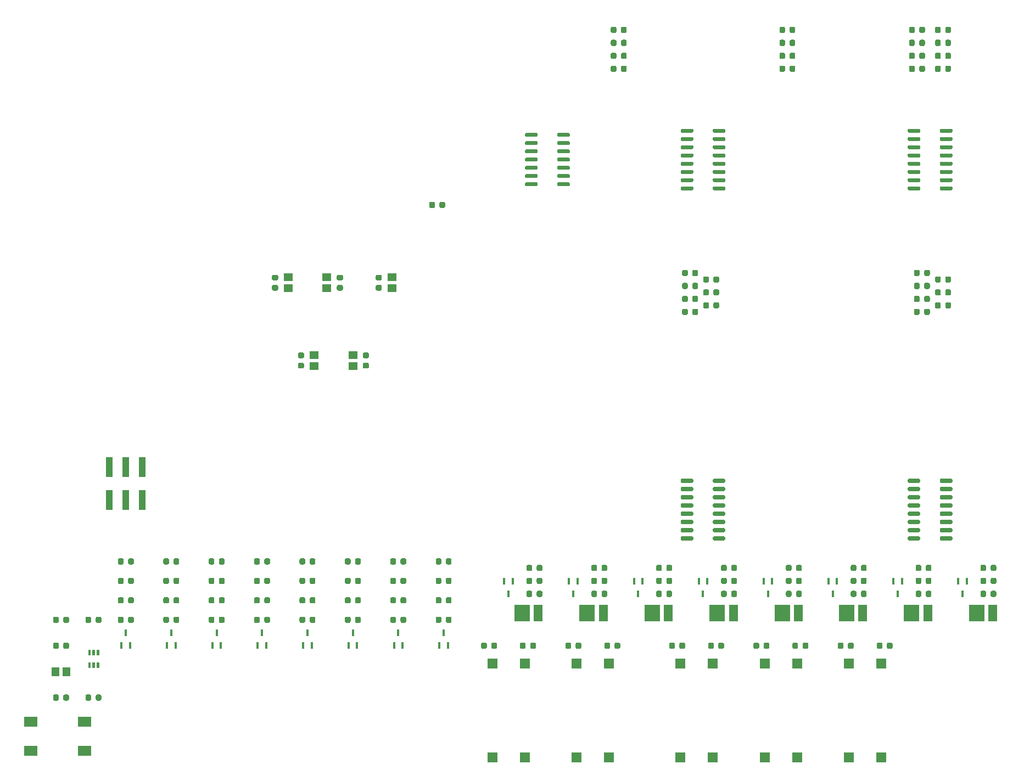
<source format=gtp>
G04 #@! TF.GenerationSoftware,KiCad,Pcbnew,(5.1.6)-1*
G04 #@! TF.CreationDate,2021-10-19T00:56:07+07:00*
G04 #@! TF.ProjectId,digitalSystemBoard,64696769-7461-46c5-9379-7374656d426f,rev?*
G04 #@! TF.SameCoordinates,Original*
G04 #@! TF.FileFunction,Paste,Top*
G04 #@! TF.FilePolarity,Positive*
%FSLAX46Y46*%
G04 Gerber Fmt 4.6, Leading zero omitted, Abs format (unit mm)*
G04 Created by KiCad (PCBNEW (5.1.6)-1) date 2021-10-19 00:56:07*
%MOMM*%
%LPD*%
G01*
G04 APERTURE LIST*
%ADD10C,0.010000*%
%ADD11R,1.470000X1.200000*%
%ADD12R,1.399997X2.599995*%
%ADD13R,2.399995X2.599995*%
%ADD14R,2.000000X1.500000*%
%ADD15R,1.500000X1.500000*%
%ADD16R,0.457200X1.117600*%
%ADD17R,1.000000X3.150000*%
%ADD18R,1.200000X1.470000*%
G04 APERTURE END LIST*
D10*
G36*
X74198878Y-142575000D02*
G01*
X74500000Y-142575000D01*
X74500000Y-143326860D01*
X74198878Y-143326860D01*
X74198878Y-142575000D01*
G37*
X74198878Y-142575000D02*
X74500000Y-142575000D01*
X74500000Y-143326860D01*
X74198878Y-143326860D01*
X74198878Y-142575000D01*
G36*
X74849764Y-142575000D02*
G01*
X75150000Y-142575000D01*
X75150000Y-143327080D01*
X74849764Y-143327080D01*
X74849764Y-142575000D01*
G37*
X74849764Y-142575000D02*
X75150000Y-142575000D01*
X75150000Y-143327080D01*
X74849764Y-143327080D01*
X74849764Y-142575000D01*
G36*
X75501185Y-142575000D02*
G01*
X75800000Y-142575000D01*
X75800000Y-143328140D01*
X75501185Y-143328140D01*
X75501185Y-142575000D01*
G37*
X75501185Y-142575000D02*
X75800000Y-142575000D01*
X75800000Y-143328140D01*
X75501185Y-143328140D01*
X75501185Y-142575000D01*
G36*
X75501483Y-140675000D02*
G01*
X75800000Y-140675000D01*
X75800000Y-141423294D01*
X75501483Y-141423294D01*
X75501483Y-140675000D01*
G37*
X75501483Y-140675000D02*
X75800000Y-140675000D01*
X75800000Y-141423294D01*
X75501483Y-141423294D01*
X75501483Y-140675000D01*
G36*
X74849854Y-140675000D02*
G01*
X75150000Y-140675000D01*
X75150000Y-141424439D01*
X74849854Y-141424439D01*
X74849854Y-140675000D01*
G37*
X74849854Y-140675000D02*
X75150000Y-140675000D01*
X75150000Y-141424439D01*
X74849854Y-141424439D01*
X74849854Y-140675000D01*
G36*
X74197179Y-140675000D02*
G01*
X74500000Y-140675000D01*
X74500000Y-141422973D01*
X74197179Y-141422973D01*
X74197179Y-140675000D01*
G37*
X74197179Y-140675000D02*
X74500000Y-140675000D01*
X74500000Y-141422973D01*
X74197179Y-141422973D01*
X74197179Y-140675000D01*
D11*
X115000000Y-95140000D03*
X115000000Y-96860000D03*
X109000000Y-95140000D03*
X109000000Y-96860000D03*
X105000000Y-84860000D03*
X105000000Y-83140000D03*
X111000000Y-84860000D03*
X111000000Y-83140000D03*
X121000000Y-84860000D03*
X121000000Y-83140000D03*
G36*
G01*
X117256250Y-95650000D02*
X116743750Y-95650000D01*
G75*
G02*
X116525000Y-95431250I0J218750D01*
G01*
X116525000Y-94993750D01*
G75*
G02*
X116743750Y-94775000I218750J0D01*
G01*
X117256250Y-94775000D01*
G75*
G02*
X117475000Y-94993750I0J-218750D01*
G01*
X117475000Y-95431250D01*
G75*
G02*
X117256250Y-95650000I-218750J0D01*
G01*
G37*
G36*
G01*
X117256250Y-97225000D02*
X116743750Y-97225000D01*
G75*
G02*
X116525000Y-97006250I0J218750D01*
G01*
X116525000Y-96568750D01*
G75*
G02*
X116743750Y-96350000I218750J0D01*
G01*
X117256250Y-96350000D01*
G75*
G02*
X117475000Y-96568750I0J-218750D01*
G01*
X117475000Y-97006250D01*
G75*
G02*
X117256250Y-97225000I-218750J0D01*
G01*
G37*
G36*
G01*
X107256250Y-95650000D02*
X106743750Y-95650000D01*
G75*
G02*
X106525000Y-95431250I0J218750D01*
G01*
X106525000Y-94993750D01*
G75*
G02*
X106743750Y-94775000I218750J0D01*
G01*
X107256250Y-94775000D01*
G75*
G02*
X107475000Y-94993750I0J-218750D01*
G01*
X107475000Y-95431250D01*
G75*
G02*
X107256250Y-95650000I-218750J0D01*
G01*
G37*
G36*
G01*
X107256250Y-97225000D02*
X106743750Y-97225000D01*
G75*
G02*
X106525000Y-97006250I0J218750D01*
G01*
X106525000Y-96568750D01*
G75*
G02*
X106743750Y-96350000I218750J0D01*
G01*
X107256250Y-96350000D01*
G75*
G02*
X107475000Y-96568750I0J-218750D01*
G01*
X107475000Y-97006250D01*
G75*
G02*
X107256250Y-97225000I-218750J0D01*
G01*
G37*
G36*
G01*
X102743750Y-84350000D02*
X103256250Y-84350000D01*
G75*
G02*
X103475000Y-84568750I0J-218750D01*
G01*
X103475000Y-85006250D01*
G75*
G02*
X103256250Y-85225000I-218750J0D01*
G01*
X102743750Y-85225000D01*
G75*
G02*
X102525000Y-85006250I0J218750D01*
G01*
X102525000Y-84568750D01*
G75*
G02*
X102743750Y-84350000I218750J0D01*
G01*
G37*
G36*
G01*
X102743750Y-82775000D02*
X103256250Y-82775000D01*
G75*
G02*
X103475000Y-82993750I0J-218750D01*
G01*
X103475000Y-83431250D01*
G75*
G02*
X103256250Y-83650000I-218750J0D01*
G01*
X102743750Y-83650000D01*
G75*
G02*
X102525000Y-83431250I0J218750D01*
G01*
X102525000Y-82993750D01*
G75*
G02*
X102743750Y-82775000I218750J0D01*
G01*
G37*
G36*
G01*
X112743750Y-84350000D02*
X113256250Y-84350000D01*
G75*
G02*
X113475000Y-84568750I0J-218750D01*
G01*
X113475000Y-85006250D01*
G75*
G02*
X113256250Y-85225000I-218750J0D01*
G01*
X112743750Y-85225000D01*
G75*
G02*
X112525000Y-85006250I0J218750D01*
G01*
X112525000Y-84568750D01*
G75*
G02*
X112743750Y-84350000I218750J0D01*
G01*
G37*
G36*
G01*
X112743750Y-82775000D02*
X113256250Y-82775000D01*
G75*
G02*
X113475000Y-82993750I0J-218750D01*
G01*
X113475000Y-83431250D01*
G75*
G02*
X113256250Y-83650000I-218750J0D01*
G01*
X112743750Y-83650000D01*
G75*
G02*
X112525000Y-83431250I0J218750D01*
G01*
X112525000Y-82993750D01*
G75*
G02*
X112743750Y-82775000I218750J0D01*
G01*
G37*
G36*
G01*
X118743750Y-84350000D02*
X119256250Y-84350000D01*
G75*
G02*
X119475000Y-84568750I0J-218750D01*
G01*
X119475000Y-85006250D01*
G75*
G02*
X119256250Y-85225000I-218750J0D01*
G01*
X118743750Y-85225000D01*
G75*
G02*
X118525000Y-85006250I0J218750D01*
G01*
X118525000Y-84568750D01*
G75*
G02*
X118743750Y-84350000I218750J0D01*
G01*
G37*
G36*
G01*
X118743750Y-82775000D02*
X119256250Y-82775000D01*
G75*
G02*
X119475000Y-82993750I0J-218750D01*
G01*
X119475000Y-83431250D01*
G75*
G02*
X119256250Y-83650000I-218750J0D01*
G01*
X118743750Y-83650000D01*
G75*
G02*
X118525000Y-83431250I0J218750D01*
G01*
X118525000Y-82993750D01*
G75*
G02*
X118743750Y-82775000I218750J0D01*
G01*
G37*
D12*
X213682909Y-134981000D03*
D13*
X211183041Y-134981000D03*
D12*
X203649909Y-134981000D03*
D13*
X201150041Y-134981000D03*
D12*
X193616909Y-134981000D03*
D13*
X191117041Y-134981000D03*
D12*
X183710909Y-134981000D03*
D13*
X181211041Y-134981000D03*
D12*
X173677909Y-134981000D03*
D13*
X171178041Y-134981000D03*
D12*
X163644909Y-134981000D03*
D13*
X161145041Y-134981000D03*
D12*
X153611909Y-134981000D03*
D13*
X151112041Y-134981000D03*
D14*
X73650000Y-156250000D03*
X73650000Y-151750000D03*
X65350000Y-156250000D03*
X65350000Y-151750000D03*
D12*
X143578909Y-134981000D03*
D13*
X141079041Y-134981000D03*
G36*
G01*
X205500000Y-114705000D02*
X205500000Y-114405000D01*
G75*
G02*
X205650000Y-114255000I150000J0D01*
G01*
X207300000Y-114255000D01*
G75*
G02*
X207450000Y-114405000I0J-150000D01*
G01*
X207450000Y-114705000D01*
G75*
G02*
X207300000Y-114855000I-150000J0D01*
G01*
X205650000Y-114855000D01*
G75*
G02*
X205500000Y-114705000I0J150000D01*
G01*
G37*
G36*
G01*
X205500000Y-115975000D02*
X205500000Y-115675000D01*
G75*
G02*
X205650000Y-115525000I150000J0D01*
G01*
X207300000Y-115525000D01*
G75*
G02*
X207450000Y-115675000I0J-150000D01*
G01*
X207450000Y-115975000D01*
G75*
G02*
X207300000Y-116125000I-150000J0D01*
G01*
X205650000Y-116125000D01*
G75*
G02*
X205500000Y-115975000I0J150000D01*
G01*
G37*
G36*
G01*
X205500000Y-117245000D02*
X205500000Y-116945000D01*
G75*
G02*
X205650000Y-116795000I150000J0D01*
G01*
X207300000Y-116795000D01*
G75*
G02*
X207450000Y-116945000I0J-150000D01*
G01*
X207450000Y-117245000D01*
G75*
G02*
X207300000Y-117395000I-150000J0D01*
G01*
X205650000Y-117395000D01*
G75*
G02*
X205500000Y-117245000I0J150000D01*
G01*
G37*
G36*
G01*
X205500000Y-118515000D02*
X205500000Y-118215000D01*
G75*
G02*
X205650000Y-118065000I150000J0D01*
G01*
X207300000Y-118065000D01*
G75*
G02*
X207450000Y-118215000I0J-150000D01*
G01*
X207450000Y-118515000D01*
G75*
G02*
X207300000Y-118665000I-150000J0D01*
G01*
X205650000Y-118665000D01*
G75*
G02*
X205500000Y-118515000I0J150000D01*
G01*
G37*
G36*
G01*
X205500000Y-119785000D02*
X205500000Y-119485000D01*
G75*
G02*
X205650000Y-119335000I150000J0D01*
G01*
X207300000Y-119335000D01*
G75*
G02*
X207450000Y-119485000I0J-150000D01*
G01*
X207450000Y-119785000D01*
G75*
G02*
X207300000Y-119935000I-150000J0D01*
G01*
X205650000Y-119935000D01*
G75*
G02*
X205500000Y-119785000I0J150000D01*
G01*
G37*
G36*
G01*
X205500000Y-121055000D02*
X205500000Y-120755000D01*
G75*
G02*
X205650000Y-120605000I150000J0D01*
G01*
X207300000Y-120605000D01*
G75*
G02*
X207450000Y-120755000I0J-150000D01*
G01*
X207450000Y-121055000D01*
G75*
G02*
X207300000Y-121205000I-150000J0D01*
G01*
X205650000Y-121205000D01*
G75*
G02*
X205500000Y-121055000I0J150000D01*
G01*
G37*
G36*
G01*
X205500000Y-122325000D02*
X205500000Y-122025000D01*
G75*
G02*
X205650000Y-121875000I150000J0D01*
G01*
X207300000Y-121875000D01*
G75*
G02*
X207450000Y-122025000I0J-150000D01*
G01*
X207450000Y-122325000D01*
G75*
G02*
X207300000Y-122475000I-150000J0D01*
G01*
X205650000Y-122475000D01*
G75*
G02*
X205500000Y-122325000I0J150000D01*
G01*
G37*
G36*
G01*
X205500000Y-123595000D02*
X205500000Y-123295000D01*
G75*
G02*
X205650000Y-123145000I150000J0D01*
G01*
X207300000Y-123145000D01*
G75*
G02*
X207450000Y-123295000I0J-150000D01*
G01*
X207450000Y-123595000D01*
G75*
G02*
X207300000Y-123745000I-150000J0D01*
G01*
X205650000Y-123745000D01*
G75*
G02*
X205500000Y-123595000I0J150000D01*
G01*
G37*
G36*
G01*
X200550000Y-123595000D02*
X200550000Y-123295000D01*
G75*
G02*
X200700000Y-123145000I150000J0D01*
G01*
X202350000Y-123145000D01*
G75*
G02*
X202500000Y-123295000I0J-150000D01*
G01*
X202500000Y-123595000D01*
G75*
G02*
X202350000Y-123745000I-150000J0D01*
G01*
X200700000Y-123745000D01*
G75*
G02*
X200550000Y-123595000I0J150000D01*
G01*
G37*
G36*
G01*
X200550000Y-122325000D02*
X200550000Y-122025000D01*
G75*
G02*
X200700000Y-121875000I150000J0D01*
G01*
X202350000Y-121875000D01*
G75*
G02*
X202500000Y-122025000I0J-150000D01*
G01*
X202500000Y-122325000D01*
G75*
G02*
X202350000Y-122475000I-150000J0D01*
G01*
X200700000Y-122475000D01*
G75*
G02*
X200550000Y-122325000I0J150000D01*
G01*
G37*
G36*
G01*
X200550000Y-121055000D02*
X200550000Y-120755000D01*
G75*
G02*
X200700000Y-120605000I150000J0D01*
G01*
X202350000Y-120605000D01*
G75*
G02*
X202500000Y-120755000I0J-150000D01*
G01*
X202500000Y-121055000D01*
G75*
G02*
X202350000Y-121205000I-150000J0D01*
G01*
X200700000Y-121205000D01*
G75*
G02*
X200550000Y-121055000I0J150000D01*
G01*
G37*
G36*
G01*
X200550000Y-119785000D02*
X200550000Y-119485000D01*
G75*
G02*
X200700000Y-119335000I150000J0D01*
G01*
X202350000Y-119335000D01*
G75*
G02*
X202500000Y-119485000I0J-150000D01*
G01*
X202500000Y-119785000D01*
G75*
G02*
X202350000Y-119935000I-150000J0D01*
G01*
X200700000Y-119935000D01*
G75*
G02*
X200550000Y-119785000I0J150000D01*
G01*
G37*
G36*
G01*
X200550000Y-118515000D02*
X200550000Y-118215000D01*
G75*
G02*
X200700000Y-118065000I150000J0D01*
G01*
X202350000Y-118065000D01*
G75*
G02*
X202500000Y-118215000I0J-150000D01*
G01*
X202500000Y-118515000D01*
G75*
G02*
X202350000Y-118665000I-150000J0D01*
G01*
X200700000Y-118665000D01*
G75*
G02*
X200550000Y-118515000I0J150000D01*
G01*
G37*
G36*
G01*
X200550000Y-117245000D02*
X200550000Y-116945000D01*
G75*
G02*
X200700000Y-116795000I150000J0D01*
G01*
X202350000Y-116795000D01*
G75*
G02*
X202500000Y-116945000I0J-150000D01*
G01*
X202500000Y-117245000D01*
G75*
G02*
X202350000Y-117395000I-150000J0D01*
G01*
X200700000Y-117395000D01*
G75*
G02*
X200550000Y-117245000I0J150000D01*
G01*
G37*
G36*
G01*
X200550000Y-115975000D02*
X200550000Y-115675000D01*
G75*
G02*
X200700000Y-115525000I150000J0D01*
G01*
X202350000Y-115525000D01*
G75*
G02*
X202500000Y-115675000I0J-150000D01*
G01*
X202500000Y-115975000D01*
G75*
G02*
X202350000Y-116125000I-150000J0D01*
G01*
X200700000Y-116125000D01*
G75*
G02*
X200550000Y-115975000I0J150000D01*
G01*
G37*
G36*
G01*
X200550000Y-114705000D02*
X200550000Y-114405000D01*
G75*
G02*
X200700000Y-114255000I150000J0D01*
G01*
X202350000Y-114255000D01*
G75*
G02*
X202500000Y-114405000I0J-150000D01*
G01*
X202500000Y-114705000D01*
G75*
G02*
X202350000Y-114855000I-150000J0D01*
G01*
X200700000Y-114855000D01*
G75*
G02*
X200550000Y-114705000I0J150000D01*
G01*
G37*
G36*
G01*
X170500000Y-114705000D02*
X170500000Y-114405000D01*
G75*
G02*
X170650000Y-114255000I150000J0D01*
G01*
X172300000Y-114255000D01*
G75*
G02*
X172450000Y-114405000I0J-150000D01*
G01*
X172450000Y-114705000D01*
G75*
G02*
X172300000Y-114855000I-150000J0D01*
G01*
X170650000Y-114855000D01*
G75*
G02*
X170500000Y-114705000I0J150000D01*
G01*
G37*
G36*
G01*
X170500000Y-115975000D02*
X170500000Y-115675000D01*
G75*
G02*
X170650000Y-115525000I150000J0D01*
G01*
X172300000Y-115525000D01*
G75*
G02*
X172450000Y-115675000I0J-150000D01*
G01*
X172450000Y-115975000D01*
G75*
G02*
X172300000Y-116125000I-150000J0D01*
G01*
X170650000Y-116125000D01*
G75*
G02*
X170500000Y-115975000I0J150000D01*
G01*
G37*
G36*
G01*
X170500000Y-117245000D02*
X170500000Y-116945000D01*
G75*
G02*
X170650000Y-116795000I150000J0D01*
G01*
X172300000Y-116795000D01*
G75*
G02*
X172450000Y-116945000I0J-150000D01*
G01*
X172450000Y-117245000D01*
G75*
G02*
X172300000Y-117395000I-150000J0D01*
G01*
X170650000Y-117395000D01*
G75*
G02*
X170500000Y-117245000I0J150000D01*
G01*
G37*
G36*
G01*
X170500000Y-118515000D02*
X170500000Y-118215000D01*
G75*
G02*
X170650000Y-118065000I150000J0D01*
G01*
X172300000Y-118065000D01*
G75*
G02*
X172450000Y-118215000I0J-150000D01*
G01*
X172450000Y-118515000D01*
G75*
G02*
X172300000Y-118665000I-150000J0D01*
G01*
X170650000Y-118665000D01*
G75*
G02*
X170500000Y-118515000I0J150000D01*
G01*
G37*
G36*
G01*
X170500000Y-119785000D02*
X170500000Y-119485000D01*
G75*
G02*
X170650000Y-119335000I150000J0D01*
G01*
X172300000Y-119335000D01*
G75*
G02*
X172450000Y-119485000I0J-150000D01*
G01*
X172450000Y-119785000D01*
G75*
G02*
X172300000Y-119935000I-150000J0D01*
G01*
X170650000Y-119935000D01*
G75*
G02*
X170500000Y-119785000I0J150000D01*
G01*
G37*
G36*
G01*
X170500000Y-121055000D02*
X170500000Y-120755000D01*
G75*
G02*
X170650000Y-120605000I150000J0D01*
G01*
X172300000Y-120605000D01*
G75*
G02*
X172450000Y-120755000I0J-150000D01*
G01*
X172450000Y-121055000D01*
G75*
G02*
X172300000Y-121205000I-150000J0D01*
G01*
X170650000Y-121205000D01*
G75*
G02*
X170500000Y-121055000I0J150000D01*
G01*
G37*
G36*
G01*
X170500000Y-122325000D02*
X170500000Y-122025000D01*
G75*
G02*
X170650000Y-121875000I150000J0D01*
G01*
X172300000Y-121875000D01*
G75*
G02*
X172450000Y-122025000I0J-150000D01*
G01*
X172450000Y-122325000D01*
G75*
G02*
X172300000Y-122475000I-150000J0D01*
G01*
X170650000Y-122475000D01*
G75*
G02*
X170500000Y-122325000I0J150000D01*
G01*
G37*
G36*
G01*
X170500000Y-123595000D02*
X170500000Y-123295000D01*
G75*
G02*
X170650000Y-123145000I150000J0D01*
G01*
X172300000Y-123145000D01*
G75*
G02*
X172450000Y-123295000I0J-150000D01*
G01*
X172450000Y-123595000D01*
G75*
G02*
X172300000Y-123745000I-150000J0D01*
G01*
X170650000Y-123745000D01*
G75*
G02*
X170500000Y-123595000I0J150000D01*
G01*
G37*
G36*
G01*
X165550000Y-123595000D02*
X165550000Y-123295000D01*
G75*
G02*
X165700000Y-123145000I150000J0D01*
G01*
X167350000Y-123145000D01*
G75*
G02*
X167500000Y-123295000I0J-150000D01*
G01*
X167500000Y-123595000D01*
G75*
G02*
X167350000Y-123745000I-150000J0D01*
G01*
X165700000Y-123745000D01*
G75*
G02*
X165550000Y-123595000I0J150000D01*
G01*
G37*
G36*
G01*
X165550000Y-122325000D02*
X165550000Y-122025000D01*
G75*
G02*
X165700000Y-121875000I150000J0D01*
G01*
X167350000Y-121875000D01*
G75*
G02*
X167500000Y-122025000I0J-150000D01*
G01*
X167500000Y-122325000D01*
G75*
G02*
X167350000Y-122475000I-150000J0D01*
G01*
X165700000Y-122475000D01*
G75*
G02*
X165550000Y-122325000I0J150000D01*
G01*
G37*
G36*
G01*
X165550000Y-121055000D02*
X165550000Y-120755000D01*
G75*
G02*
X165700000Y-120605000I150000J0D01*
G01*
X167350000Y-120605000D01*
G75*
G02*
X167500000Y-120755000I0J-150000D01*
G01*
X167500000Y-121055000D01*
G75*
G02*
X167350000Y-121205000I-150000J0D01*
G01*
X165700000Y-121205000D01*
G75*
G02*
X165550000Y-121055000I0J150000D01*
G01*
G37*
G36*
G01*
X165550000Y-119785000D02*
X165550000Y-119485000D01*
G75*
G02*
X165700000Y-119335000I150000J0D01*
G01*
X167350000Y-119335000D01*
G75*
G02*
X167500000Y-119485000I0J-150000D01*
G01*
X167500000Y-119785000D01*
G75*
G02*
X167350000Y-119935000I-150000J0D01*
G01*
X165700000Y-119935000D01*
G75*
G02*
X165550000Y-119785000I0J150000D01*
G01*
G37*
G36*
G01*
X165550000Y-118515000D02*
X165550000Y-118215000D01*
G75*
G02*
X165700000Y-118065000I150000J0D01*
G01*
X167350000Y-118065000D01*
G75*
G02*
X167500000Y-118215000I0J-150000D01*
G01*
X167500000Y-118515000D01*
G75*
G02*
X167350000Y-118665000I-150000J0D01*
G01*
X165700000Y-118665000D01*
G75*
G02*
X165550000Y-118515000I0J150000D01*
G01*
G37*
G36*
G01*
X165550000Y-117245000D02*
X165550000Y-116945000D01*
G75*
G02*
X165700000Y-116795000I150000J0D01*
G01*
X167350000Y-116795000D01*
G75*
G02*
X167500000Y-116945000I0J-150000D01*
G01*
X167500000Y-117245000D01*
G75*
G02*
X167350000Y-117395000I-150000J0D01*
G01*
X165700000Y-117395000D01*
G75*
G02*
X165550000Y-117245000I0J150000D01*
G01*
G37*
G36*
G01*
X165550000Y-115975000D02*
X165550000Y-115675000D01*
G75*
G02*
X165700000Y-115525000I150000J0D01*
G01*
X167350000Y-115525000D01*
G75*
G02*
X167500000Y-115675000I0J-150000D01*
G01*
X167500000Y-115975000D01*
G75*
G02*
X167350000Y-116125000I-150000J0D01*
G01*
X165700000Y-116125000D01*
G75*
G02*
X165550000Y-115975000I0J150000D01*
G01*
G37*
G36*
G01*
X165550000Y-114705000D02*
X165550000Y-114405000D01*
G75*
G02*
X165700000Y-114255000I150000J0D01*
G01*
X167350000Y-114255000D01*
G75*
G02*
X167500000Y-114405000I0J-150000D01*
G01*
X167500000Y-114705000D01*
G75*
G02*
X167350000Y-114855000I-150000J0D01*
G01*
X165700000Y-114855000D01*
G75*
G02*
X165550000Y-114705000I0J150000D01*
G01*
G37*
G36*
G01*
X201650000Y-50743750D02*
X201650000Y-51256250D01*
G75*
G02*
X201431250Y-51475000I-218750J0D01*
G01*
X200993750Y-51475000D01*
G75*
G02*
X200775000Y-51256250I0J218750D01*
G01*
X200775000Y-50743750D01*
G75*
G02*
X200993750Y-50525000I218750J0D01*
G01*
X201431250Y-50525000D01*
G75*
G02*
X201650000Y-50743750I0J-218750D01*
G01*
G37*
G36*
G01*
X203225000Y-50743750D02*
X203225000Y-51256250D01*
G75*
G02*
X203006250Y-51475000I-218750J0D01*
G01*
X202568750Y-51475000D01*
G75*
G02*
X202350000Y-51256250I0J218750D01*
G01*
X202350000Y-50743750D01*
G75*
G02*
X202568750Y-50525000I218750J0D01*
G01*
X203006250Y-50525000D01*
G75*
G02*
X203225000Y-50743750I0J-218750D01*
G01*
G37*
G36*
G01*
X201650000Y-48743750D02*
X201650000Y-49256250D01*
G75*
G02*
X201431250Y-49475000I-218750J0D01*
G01*
X200993750Y-49475000D01*
G75*
G02*
X200775000Y-49256250I0J218750D01*
G01*
X200775000Y-48743750D01*
G75*
G02*
X200993750Y-48525000I218750J0D01*
G01*
X201431250Y-48525000D01*
G75*
G02*
X201650000Y-48743750I0J-218750D01*
G01*
G37*
G36*
G01*
X203225000Y-48743750D02*
X203225000Y-49256250D01*
G75*
G02*
X203006250Y-49475000I-218750J0D01*
G01*
X202568750Y-49475000D01*
G75*
G02*
X202350000Y-49256250I0J218750D01*
G01*
X202350000Y-48743750D01*
G75*
G02*
X202568750Y-48525000I218750J0D01*
G01*
X203006250Y-48525000D01*
G75*
G02*
X203225000Y-48743750I0J-218750D01*
G01*
G37*
G36*
G01*
X201650000Y-46743750D02*
X201650000Y-47256250D01*
G75*
G02*
X201431250Y-47475000I-218750J0D01*
G01*
X200993750Y-47475000D01*
G75*
G02*
X200775000Y-47256250I0J218750D01*
G01*
X200775000Y-46743750D01*
G75*
G02*
X200993750Y-46525000I218750J0D01*
G01*
X201431250Y-46525000D01*
G75*
G02*
X201650000Y-46743750I0J-218750D01*
G01*
G37*
G36*
G01*
X203225000Y-46743750D02*
X203225000Y-47256250D01*
G75*
G02*
X203006250Y-47475000I-218750J0D01*
G01*
X202568750Y-47475000D01*
G75*
G02*
X202350000Y-47256250I0J218750D01*
G01*
X202350000Y-46743750D01*
G75*
G02*
X202568750Y-46525000I218750J0D01*
G01*
X203006250Y-46525000D01*
G75*
G02*
X203225000Y-46743750I0J-218750D01*
G01*
G37*
G36*
G01*
X201650000Y-44743750D02*
X201650000Y-45256250D01*
G75*
G02*
X201431250Y-45475000I-218750J0D01*
G01*
X200993750Y-45475000D01*
G75*
G02*
X200775000Y-45256250I0J218750D01*
G01*
X200775000Y-44743750D01*
G75*
G02*
X200993750Y-44525000I218750J0D01*
G01*
X201431250Y-44525000D01*
G75*
G02*
X201650000Y-44743750I0J-218750D01*
G01*
G37*
G36*
G01*
X203225000Y-44743750D02*
X203225000Y-45256250D01*
G75*
G02*
X203006250Y-45475000I-218750J0D01*
G01*
X202568750Y-45475000D01*
G75*
G02*
X202350000Y-45256250I0J218750D01*
G01*
X202350000Y-44743750D01*
G75*
G02*
X202568750Y-44525000I218750J0D01*
G01*
X203006250Y-44525000D01*
G75*
G02*
X203225000Y-44743750I0J-218750D01*
G01*
G37*
G36*
G01*
X206350000Y-45256250D02*
X206350000Y-44743750D01*
G75*
G02*
X206568750Y-44525000I218750J0D01*
G01*
X207006250Y-44525000D01*
G75*
G02*
X207225000Y-44743750I0J-218750D01*
G01*
X207225000Y-45256250D01*
G75*
G02*
X207006250Y-45475000I-218750J0D01*
G01*
X206568750Y-45475000D01*
G75*
G02*
X206350000Y-45256250I0J218750D01*
G01*
G37*
G36*
G01*
X204775000Y-45256250D02*
X204775000Y-44743750D01*
G75*
G02*
X204993750Y-44525000I218750J0D01*
G01*
X205431250Y-44525000D01*
G75*
G02*
X205650000Y-44743750I0J-218750D01*
G01*
X205650000Y-45256250D01*
G75*
G02*
X205431250Y-45475000I-218750J0D01*
G01*
X204993750Y-45475000D01*
G75*
G02*
X204775000Y-45256250I0J218750D01*
G01*
G37*
G36*
G01*
X206350000Y-47256250D02*
X206350000Y-46743750D01*
G75*
G02*
X206568750Y-46525000I218750J0D01*
G01*
X207006250Y-46525000D01*
G75*
G02*
X207225000Y-46743750I0J-218750D01*
G01*
X207225000Y-47256250D01*
G75*
G02*
X207006250Y-47475000I-218750J0D01*
G01*
X206568750Y-47475000D01*
G75*
G02*
X206350000Y-47256250I0J218750D01*
G01*
G37*
G36*
G01*
X204775000Y-47256250D02*
X204775000Y-46743750D01*
G75*
G02*
X204993750Y-46525000I218750J0D01*
G01*
X205431250Y-46525000D01*
G75*
G02*
X205650000Y-46743750I0J-218750D01*
G01*
X205650000Y-47256250D01*
G75*
G02*
X205431250Y-47475000I-218750J0D01*
G01*
X204993750Y-47475000D01*
G75*
G02*
X204775000Y-47256250I0J218750D01*
G01*
G37*
G36*
G01*
X206350000Y-49256250D02*
X206350000Y-48743750D01*
G75*
G02*
X206568750Y-48525000I218750J0D01*
G01*
X207006250Y-48525000D01*
G75*
G02*
X207225000Y-48743750I0J-218750D01*
G01*
X207225000Y-49256250D01*
G75*
G02*
X207006250Y-49475000I-218750J0D01*
G01*
X206568750Y-49475000D01*
G75*
G02*
X206350000Y-49256250I0J218750D01*
G01*
G37*
G36*
G01*
X204775000Y-49256250D02*
X204775000Y-48743750D01*
G75*
G02*
X204993750Y-48525000I218750J0D01*
G01*
X205431250Y-48525000D01*
G75*
G02*
X205650000Y-48743750I0J-218750D01*
G01*
X205650000Y-49256250D01*
G75*
G02*
X205431250Y-49475000I-218750J0D01*
G01*
X204993750Y-49475000D01*
G75*
G02*
X204775000Y-49256250I0J218750D01*
G01*
G37*
G36*
G01*
X206350000Y-51256250D02*
X206350000Y-50743750D01*
G75*
G02*
X206568750Y-50525000I218750J0D01*
G01*
X207006250Y-50525000D01*
G75*
G02*
X207225000Y-50743750I0J-218750D01*
G01*
X207225000Y-51256250D01*
G75*
G02*
X207006250Y-51475000I-218750J0D01*
G01*
X206568750Y-51475000D01*
G75*
G02*
X206350000Y-51256250I0J218750D01*
G01*
G37*
G36*
G01*
X204775000Y-51256250D02*
X204775000Y-50743750D01*
G75*
G02*
X204993750Y-50525000I218750J0D01*
G01*
X205431250Y-50525000D01*
G75*
G02*
X205650000Y-50743750I0J-218750D01*
G01*
X205650000Y-51256250D01*
G75*
G02*
X205431250Y-51475000I-218750J0D01*
G01*
X204993750Y-51475000D01*
G75*
G02*
X204775000Y-51256250I0J218750D01*
G01*
G37*
G36*
G01*
X156350000Y-45256250D02*
X156350000Y-44743750D01*
G75*
G02*
X156568750Y-44525000I218750J0D01*
G01*
X157006250Y-44525000D01*
G75*
G02*
X157225000Y-44743750I0J-218750D01*
G01*
X157225000Y-45256250D01*
G75*
G02*
X157006250Y-45475000I-218750J0D01*
G01*
X156568750Y-45475000D01*
G75*
G02*
X156350000Y-45256250I0J218750D01*
G01*
G37*
G36*
G01*
X154775000Y-45256250D02*
X154775000Y-44743750D01*
G75*
G02*
X154993750Y-44525000I218750J0D01*
G01*
X155431250Y-44525000D01*
G75*
G02*
X155650000Y-44743750I0J-218750D01*
G01*
X155650000Y-45256250D01*
G75*
G02*
X155431250Y-45475000I-218750J0D01*
G01*
X154993750Y-45475000D01*
G75*
G02*
X154775000Y-45256250I0J218750D01*
G01*
G37*
G36*
G01*
X156350000Y-47256250D02*
X156350000Y-46743750D01*
G75*
G02*
X156568750Y-46525000I218750J0D01*
G01*
X157006250Y-46525000D01*
G75*
G02*
X157225000Y-46743750I0J-218750D01*
G01*
X157225000Y-47256250D01*
G75*
G02*
X157006250Y-47475000I-218750J0D01*
G01*
X156568750Y-47475000D01*
G75*
G02*
X156350000Y-47256250I0J218750D01*
G01*
G37*
G36*
G01*
X154775000Y-47256250D02*
X154775000Y-46743750D01*
G75*
G02*
X154993750Y-46525000I218750J0D01*
G01*
X155431250Y-46525000D01*
G75*
G02*
X155650000Y-46743750I0J-218750D01*
G01*
X155650000Y-47256250D01*
G75*
G02*
X155431250Y-47475000I-218750J0D01*
G01*
X154993750Y-47475000D01*
G75*
G02*
X154775000Y-47256250I0J218750D01*
G01*
G37*
G36*
G01*
X156350000Y-49256250D02*
X156350000Y-48743750D01*
G75*
G02*
X156568750Y-48525000I218750J0D01*
G01*
X157006250Y-48525000D01*
G75*
G02*
X157225000Y-48743750I0J-218750D01*
G01*
X157225000Y-49256250D01*
G75*
G02*
X157006250Y-49475000I-218750J0D01*
G01*
X156568750Y-49475000D01*
G75*
G02*
X156350000Y-49256250I0J218750D01*
G01*
G37*
G36*
G01*
X154775000Y-49256250D02*
X154775000Y-48743750D01*
G75*
G02*
X154993750Y-48525000I218750J0D01*
G01*
X155431250Y-48525000D01*
G75*
G02*
X155650000Y-48743750I0J-218750D01*
G01*
X155650000Y-49256250D01*
G75*
G02*
X155431250Y-49475000I-218750J0D01*
G01*
X154993750Y-49475000D01*
G75*
G02*
X154775000Y-49256250I0J218750D01*
G01*
G37*
G36*
G01*
X156350000Y-51256250D02*
X156350000Y-50743750D01*
G75*
G02*
X156568750Y-50525000I218750J0D01*
G01*
X157006250Y-50525000D01*
G75*
G02*
X157225000Y-50743750I0J-218750D01*
G01*
X157225000Y-51256250D01*
G75*
G02*
X157006250Y-51475000I-218750J0D01*
G01*
X156568750Y-51475000D01*
G75*
G02*
X156350000Y-51256250I0J218750D01*
G01*
G37*
G36*
G01*
X154775000Y-51256250D02*
X154775000Y-50743750D01*
G75*
G02*
X154993750Y-50525000I218750J0D01*
G01*
X155431250Y-50525000D01*
G75*
G02*
X155650000Y-50743750I0J-218750D01*
G01*
X155650000Y-51256250D01*
G75*
G02*
X155431250Y-51475000I-218750J0D01*
G01*
X154993750Y-51475000D01*
G75*
G02*
X154775000Y-51256250I0J218750D01*
G01*
G37*
G36*
G01*
X181650000Y-50743750D02*
X181650000Y-51256250D01*
G75*
G02*
X181431250Y-51475000I-218750J0D01*
G01*
X180993750Y-51475000D01*
G75*
G02*
X180775000Y-51256250I0J218750D01*
G01*
X180775000Y-50743750D01*
G75*
G02*
X180993750Y-50525000I218750J0D01*
G01*
X181431250Y-50525000D01*
G75*
G02*
X181650000Y-50743750I0J-218750D01*
G01*
G37*
G36*
G01*
X183225000Y-50743750D02*
X183225000Y-51256250D01*
G75*
G02*
X183006250Y-51475000I-218750J0D01*
G01*
X182568750Y-51475000D01*
G75*
G02*
X182350000Y-51256250I0J218750D01*
G01*
X182350000Y-50743750D01*
G75*
G02*
X182568750Y-50525000I218750J0D01*
G01*
X183006250Y-50525000D01*
G75*
G02*
X183225000Y-50743750I0J-218750D01*
G01*
G37*
G36*
G01*
X181650000Y-48743750D02*
X181650000Y-49256250D01*
G75*
G02*
X181431250Y-49475000I-218750J0D01*
G01*
X180993750Y-49475000D01*
G75*
G02*
X180775000Y-49256250I0J218750D01*
G01*
X180775000Y-48743750D01*
G75*
G02*
X180993750Y-48525000I218750J0D01*
G01*
X181431250Y-48525000D01*
G75*
G02*
X181650000Y-48743750I0J-218750D01*
G01*
G37*
G36*
G01*
X183225000Y-48743750D02*
X183225000Y-49256250D01*
G75*
G02*
X183006250Y-49475000I-218750J0D01*
G01*
X182568750Y-49475000D01*
G75*
G02*
X182350000Y-49256250I0J218750D01*
G01*
X182350000Y-48743750D01*
G75*
G02*
X182568750Y-48525000I218750J0D01*
G01*
X183006250Y-48525000D01*
G75*
G02*
X183225000Y-48743750I0J-218750D01*
G01*
G37*
G36*
G01*
X181650000Y-46743750D02*
X181650000Y-47256250D01*
G75*
G02*
X181431250Y-47475000I-218750J0D01*
G01*
X180993750Y-47475000D01*
G75*
G02*
X180775000Y-47256250I0J218750D01*
G01*
X180775000Y-46743750D01*
G75*
G02*
X180993750Y-46525000I218750J0D01*
G01*
X181431250Y-46525000D01*
G75*
G02*
X181650000Y-46743750I0J-218750D01*
G01*
G37*
G36*
G01*
X183225000Y-46743750D02*
X183225000Y-47256250D01*
G75*
G02*
X183006250Y-47475000I-218750J0D01*
G01*
X182568750Y-47475000D01*
G75*
G02*
X182350000Y-47256250I0J218750D01*
G01*
X182350000Y-46743750D01*
G75*
G02*
X182568750Y-46525000I218750J0D01*
G01*
X183006250Y-46525000D01*
G75*
G02*
X183225000Y-46743750I0J-218750D01*
G01*
G37*
G36*
G01*
X181650000Y-44743750D02*
X181650000Y-45256250D01*
G75*
G02*
X181431250Y-45475000I-218750J0D01*
G01*
X180993750Y-45475000D01*
G75*
G02*
X180775000Y-45256250I0J218750D01*
G01*
X180775000Y-44743750D01*
G75*
G02*
X180993750Y-44525000I218750J0D01*
G01*
X181431250Y-44525000D01*
G75*
G02*
X181650000Y-44743750I0J-218750D01*
G01*
G37*
G36*
G01*
X183225000Y-44743750D02*
X183225000Y-45256250D01*
G75*
G02*
X183006250Y-45475000I-218750J0D01*
G01*
X182568750Y-45475000D01*
G75*
G02*
X182350000Y-45256250I0J218750D01*
G01*
X182350000Y-44743750D01*
G75*
G02*
X182568750Y-44525000I218750J0D01*
G01*
X183006250Y-44525000D01*
G75*
G02*
X183225000Y-44743750I0J-218750D01*
G01*
G37*
G36*
G01*
X128350000Y-72256250D02*
X128350000Y-71743750D01*
G75*
G02*
X128568750Y-71525000I218750J0D01*
G01*
X129006250Y-71525000D01*
G75*
G02*
X129225000Y-71743750I0J-218750D01*
G01*
X129225000Y-72256250D01*
G75*
G02*
X129006250Y-72475000I-218750J0D01*
G01*
X128568750Y-72475000D01*
G75*
G02*
X128350000Y-72256250I0J218750D01*
G01*
G37*
G36*
G01*
X126775000Y-72256250D02*
X126775000Y-71743750D01*
G75*
G02*
X126993750Y-71525000I218750J0D01*
G01*
X127431250Y-71525000D01*
G75*
G02*
X127650000Y-71743750I0J-218750D01*
G01*
X127650000Y-72256250D01*
G75*
G02*
X127431250Y-72475000I-218750J0D01*
G01*
X126993750Y-72475000D01*
G75*
G02*
X126775000Y-72256250I0J218750D01*
G01*
G37*
D15*
X196500000Y-157250000D03*
X196500000Y-142750000D03*
X191500000Y-142750000D03*
X191500000Y-157250000D03*
X183500000Y-157250000D03*
X183500000Y-142750000D03*
X178500000Y-142750000D03*
X178500000Y-157250000D03*
X170500000Y-157250000D03*
X170500000Y-142750000D03*
X165500000Y-142750000D03*
X165500000Y-157250000D03*
X154500000Y-157250000D03*
X154500000Y-142750000D03*
X149500000Y-142750000D03*
X149500000Y-157250000D03*
X141500000Y-157250000D03*
X141500000Y-142750000D03*
X136500000Y-142750000D03*
X136500000Y-157250000D03*
D16*
X79339600Y-139965200D03*
X80660400Y-139965200D03*
X80000000Y-138034800D03*
X86339600Y-139965200D03*
X87660400Y-139965200D03*
X87000000Y-138034800D03*
X93339600Y-139965200D03*
X94660400Y-139965200D03*
X94000000Y-138034800D03*
X100339600Y-139965200D03*
X101660400Y-139965200D03*
X101000000Y-138034800D03*
X107339600Y-139965200D03*
X108660400Y-139965200D03*
X108000000Y-138034800D03*
X114339600Y-139965200D03*
X115660400Y-139965200D03*
X115000000Y-138034800D03*
X121339600Y-139965200D03*
X122660400Y-139965200D03*
X122000000Y-138034800D03*
X128339600Y-139965200D03*
X129660400Y-139965200D03*
X129000000Y-138034800D03*
X139660400Y-130034800D03*
X138339600Y-130034800D03*
X139000000Y-131965200D03*
X149660400Y-130034800D03*
X148339600Y-130034800D03*
X149000000Y-131965200D03*
X159660400Y-130034800D03*
X158339600Y-130034800D03*
X159000000Y-131965200D03*
X169660400Y-130034800D03*
X168339600Y-130034800D03*
X169000000Y-131965200D03*
X179660400Y-130034800D03*
X178339600Y-130034800D03*
X179000000Y-131965200D03*
X189660400Y-130034800D03*
X188339600Y-130034800D03*
X189000000Y-131965200D03*
X199660400Y-130034800D03*
X198339600Y-130034800D03*
X199000000Y-131965200D03*
X209660400Y-130034800D03*
X208339600Y-130034800D03*
X209000000Y-131965200D03*
G36*
G01*
X166650000Y-82243750D02*
X166650000Y-82756250D01*
G75*
G02*
X166431250Y-82975000I-218750J0D01*
G01*
X165993750Y-82975000D01*
G75*
G02*
X165775000Y-82756250I0J218750D01*
G01*
X165775000Y-82243750D01*
G75*
G02*
X165993750Y-82025000I218750J0D01*
G01*
X166431250Y-82025000D01*
G75*
G02*
X166650000Y-82243750I0J-218750D01*
G01*
G37*
G36*
G01*
X168225000Y-82243750D02*
X168225000Y-82756250D01*
G75*
G02*
X168006250Y-82975000I-218750J0D01*
G01*
X167568750Y-82975000D01*
G75*
G02*
X167350000Y-82756250I0J218750D01*
G01*
X167350000Y-82243750D01*
G75*
G02*
X167568750Y-82025000I218750J0D01*
G01*
X168006250Y-82025000D01*
G75*
G02*
X168225000Y-82243750I0J-218750D01*
G01*
G37*
G36*
G01*
X169900000Y-83243750D02*
X169900000Y-83756250D01*
G75*
G02*
X169681250Y-83975000I-218750J0D01*
G01*
X169243750Y-83975000D01*
G75*
G02*
X169025000Y-83756250I0J218750D01*
G01*
X169025000Y-83243750D01*
G75*
G02*
X169243750Y-83025000I218750J0D01*
G01*
X169681250Y-83025000D01*
G75*
G02*
X169900000Y-83243750I0J-218750D01*
G01*
G37*
G36*
G01*
X171475000Y-83243750D02*
X171475000Y-83756250D01*
G75*
G02*
X171256250Y-83975000I-218750J0D01*
G01*
X170818750Y-83975000D01*
G75*
G02*
X170600000Y-83756250I0J218750D01*
G01*
X170600000Y-83243750D01*
G75*
G02*
X170818750Y-83025000I218750J0D01*
G01*
X171256250Y-83025000D01*
G75*
G02*
X171475000Y-83243750I0J-218750D01*
G01*
G37*
G36*
G01*
X166650000Y-88243750D02*
X166650000Y-88756250D01*
G75*
G02*
X166431250Y-88975000I-218750J0D01*
G01*
X165993750Y-88975000D01*
G75*
G02*
X165775000Y-88756250I0J218750D01*
G01*
X165775000Y-88243750D01*
G75*
G02*
X165993750Y-88025000I218750J0D01*
G01*
X166431250Y-88025000D01*
G75*
G02*
X166650000Y-88243750I0J-218750D01*
G01*
G37*
G36*
G01*
X168225000Y-88243750D02*
X168225000Y-88756250D01*
G75*
G02*
X168006250Y-88975000I-218750J0D01*
G01*
X167568750Y-88975000D01*
G75*
G02*
X167350000Y-88756250I0J218750D01*
G01*
X167350000Y-88243750D01*
G75*
G02*
X167568750Y-88025000I218750J0D01*
G01*
X168006250Y-88025000D01*
G75*
G02*
X168225000Y-88243750I0J-218750D01*
G01*
G37*
G36*
G01*
X169900000Y-87243750D02*
X169900000Y-87756250D01*
G75*
G02*
X169681250Y-87975000I-218750J0D01*
G01*
X169243750Y-87975000D01*
G75*
G02*
X169025000Y-87756250I0J218750D01*
G01*
X169025000Y-87243750D01*
G75*
G02*
X169243750Y-87025000I218750J0D01*
G01*
X169681250Y-87025000D01*
G75*
G02*
X169900000Y-87243750I0J-218750D01*
G01*
G37*
G36*
G01*
X171475000Y-87243750D02*
X171475000Y-87756250D01*
G75*
G02*
X171256250Y-87975000I-218750J0D01*
G01*
X170818750Y-87975000D01*
G75*
G02*
X170600000Y-87756250I0J218750D01*
G01*
X170600000Y-87243750D01*
G75*
G02*
X170818750Y-87025000I218750J0D01*
G01*
X171256250Y-87025000D01*
G75*
G02*
X171475000Y-87243750I0J-218750D01*
G01*
G37*
G36*
G01*
X166650000Y-86243750D02*
X166650000Y-86756250D01*
G75*
G02*
X166431250Y-86975000I-218750J0D01*
G01*
X165993750Y-86975000D01*
G75*
G02*
X165775000Y-86756250I0J218750D01*
G01*
X165775000Y-86243750D01*
G75*
G02*
X165993750Y-86025000I218750J0D01*
G01*
X166431250Y-86025000D01*
G75*
G02*
X166650000Y-86243750I0J-218750D01*
G01*
G37*
G36*
G01*
X168225000Y-86243750D02*
X168225000Y-86756250D01*
G75*
G02*
X168006250Y-86975000I-218750J0D01*
G01*
X167568750Y-86975000D01*
G75*
G02*
X167350000Y-86756250I0J218750D01*
G01*
X167350000Y-86243750D01*
G75*
G02*
X167568750Y-86025000I218750J0D01*
G01*
X168006250Y-86025000D01*
G75*
G02*
X168225000Y-86243750I0J-218750D01*
G01*
G37*
G36*
G01*
X169900000Y-85243750D02*
X169900000Y-85756250D01*
G75*
G02*
X169681250Y-85975000I-218750J0D01*
G01*
X169243750Y-85975000D01*
G75*
G02*
X169025000Y-85756250I0J218750D01*
G01*
X169025000Y-85243750D01*
G75*
G02*
X169243750Y-85025000I218750J0D01*
G01*
X169681250Y-85025000D01*
G75*
G02*
X169900000Y-85243750I0J-218750D01*
G01*
G37*
G36*
G01*
X171475000Y-85243750D02*
X171475000Y-85756250D01*
G75*
G02*
X171256250Y-85975000I-218750J0D01*
G01*
X170818750Y-85975000D01*
G75*
G02*
X170600000Y-85756250I0J218750D01*
G01*
X170600000Y-85243750D01*
G75*
G02*
X170818750Y-85025000I218750J0D01*
G01*
X171256250Y-85025000D01*
G75*
G02*
X171475000Y-85243750I0J-218750D01*
G01*
G37*
G36*
G01*
X166650000Y-84243750D02*
X166650000Y-84756250D01*
G75*
G02*
X166431250Y-84975000I-218750J0D01*
G01*
X165993750Y-84975000D01*
G75*
G02*
X165775000Y-84756250I0J218750D01*
G01*
X165775000Y-84243750D01*
G75*
G02*
X165993750Y-84025000I218750J0D01*
G01*
X166431250Y-84025000D01*
G75*
G02*
X166650000Y-84243750I0J-218750D01*
G01*
G37*
G36*
G01*
X168225000Y-84243750D02*
X168225000Y-84756250D01*
G75*
G02*
X168006250Y-84975000I-218750J0D01*
G01*
X167568750Y-84975000D01*
G75*
G02*
X167350000Y-84756250I0J218750D01*
G01*
X167350000Y-84243750D01*
G75*
G02*
X167568750Y-84025000I218750J0D01*
G01*
X168006250Y-84025000D01*
G75*
G02*
X168225000Y-84243750I0J-218750D01*
G01*
G37*
G36*
G01*
X206350000Y-85756250D02*
X206350000Y-85243750D01*
G75*
G02*
X206568750Y-85025000I218750J0D01*
G01*
X207006250Y-85025000D01*
G75*
G02*
X207225000Y-85243750I0J-218750D01*
G01*
X207225000Y-85756250D01*
G75*
G02*
X207006250Y-85975000I-218750J0D01*
G01*
X206568750Y-85975000D01*
G75*
G02*
X206350000Y-85756250I0J218750D01*
G01*
G37*
G36*
G01*
X204775000Y-85756250D02*
X204775000Y-85243750D01*
G75*
G02*
X204993750Y-85025000I218750J0D01*
G01*
X205431250Y-85025000D01*
G75*
G02*
X205650000Y-85243750I0J-218750D01*
G01*
X205650000Y-85756250D01*
G75*
G02*
X205431250Y-85975000I-218750J0D01*
G01*
X204993750Y-85975000D01*
G75*
G02*
X204775000Y-85756250I0J218750D01*
G01*
G37*
G36*
G01*
X203100000Y-84756250D02*
X203100000Y-84243750D01*
G75*
G02*
X203318750Y-84025000I218750J0D01*
G01*
X203756250Y-84025000D01*
G75*
G02*
X203975000Y-84243750I0J-218750D01*
G01*
X203975000Y-84756250D01*
G75*
G02*
X203756250Y-84975000I-218750J0D01*
G01*
X203318750Y-84975000D01*
G75*
G02*
X203100000Y-84756250I0J218750D01*
G01*
G37*
G36*
G01*
X201525000Y-84756250D02*
X201525000Y-84243750D01*
G75*
G02*
X201743750Y-84025000I218750J0D01*
G01*
X202181250Y-84025000D01*
G75*
G02*
X202400000Y-84243750I0J-218750D01*
G01*
X202400000Y-84756250D01*
G75*
G02*
X202181250Y-84975000I-218750J0D01*
G01*
X201743750Y-84975000D01*
G75*
G02*
X201525000Y-84756250I0J218750D01*
G01*
G37*
G36*
G01*
X203100000Y-86756250D02*
X203100000Y-86243750D01*
G75*
G02*
X203318750Y-86025000I218750J0D01*
G01*
X203756250Y-86025000D01*
G75*
G02*
X203975000Y-86243750I0J-218750D01*
G01*
X203975000Y-86756250D01*
G75*
G02*
X203756250Y-86975000I-218750J0D01*
G01*
X203318750Y-86975000D01*
G75*
G02*
X203100000Y-86756250I0J218750D01*
G01*
G37*
G36*
G01*
X201525000Y-86756250D02*
X201525000Y-86243750D01*
G75*
G02*
X201743750Y-86025000I218750J0D01*
G01*
X202181250Y-86025000D01*
G75*
G02*
X202400000Y-86243750I0J-218750D01*
G01*
X202400000Y-86756250D01*
G75*
G02*
X202181250Y-86975000I-218750J0D01*
G01*
X201743750Y-86975000D01*
G75*
G02*
X201525000Y-86756250I0J218750D01*
G01*
G37*
G36*
G01*
X206350000Y-87756250D02*
X206350000Y-87243750D01*
G75*
G02*
X206568750Y-87025000I218750J0D01*
G01*
X207006250Y-87025000D01*
G75*
G02*
X207225000Y-87243750I0J-218750D01*
G01*
X207225000Y-87756250D01*
G75*
G02*
X207006250Y-87975000I-218750J0D01*
G01*
X206568750Y-87975000D01*
G75*
G02*
X206350000Y-87756250I0J218750D01*
G01*
G37*
G36*
G01*
X204775000Y-87756250D02*
X204775000Y-87243750D01*
G75*
G02*
X204993750Y-87025000I218750J0D01*
G01*
X205431250Y-87025000D01*
G75*
G02*
X205650000Y-87243750I0J-218750D01*
G01*
X205650000Y-87756250D01*
G75*
G02*
X205431250Y-87975000I-218750J0D01*
G01*
X204993750Y-87975000D01*
G75*
G02*
X204775000Y-87756250I0J218750D01*
G01*
G37*
G36*
G01*
X203100000Y-88756250D02*
X203100000Y-88243750D01*
G75*
G02*
X203318750Y-88025000I218750J0D01*
G01*
X203756250Y-88025000D01*
G75*
G02*
X203975000Y-88243750I0J-218750D01*
G01*
X203975000Y-88756250D01*
G75*
G02*
X203756250Y-88975000I-218750J0D01*
G01*
X203318750Y-88975000D01*
G75*
G02*
X203100000Y-88756250I0J218750D01*
G01*
G37*
G36*
G01*
X201525000Y-88756250D02*
X201525000Y-88243750D01*
G75*
G02*
X201743750Y-88025000I218750J0D01*
G01*
X202181250Y-88025000D01*
G75*
G02*
X202400000Y-88243750I0J-218750D01*
G01*
X202400000Y-88756250D01*
G75*
G02*
X202181250Y-88975000I-218750J0D01*
G01*
X201743750Y-88975000D01*
G75*
G02*
X201525000Y-88756250I0J218750D01*
G01*
G37*
G36*
G01*
X203100000Y-82756250D02*
X203100000Y-82243750D01*
G75*
G02*
X203318750Y-82025000I218750J0D01*
G01*
X203756250Y-82025000D01*
G75*
G02*
X203975000Y-82243750I0J-218750D01*
G01*
X203975000Y-82756250D01*
G75*
G02*
X203756250Y-82975000I-218750J0D01*
G01*
X203318750Y-82975000D01*
G75*
G02*
X203100000Y-82756250I0J218750D01*
G01*
G37*
G36*
G01*
X201525000Y-82756250D02*
X201525000Y-82243750D01*
G75*
G02*
X201743750Y-82025000I218750J0D01*
G01*
X202181250Y-82025000D01*
G75*
G02*
X202400000Y-82243750I0J-218750D01*
G01*
X202400000Y-82756250D01*
G75*
G02*
X202181250Y-82975000I-218750J0D01*
G01*
X201743750Y-82975000D01*
G75*
G02*
X201525000Y-82756250I0J218750D01*
G01*
G37*
G36*
G01*
X206350000Y-83756250D02*
X206350000Y-83243750D01*
G75*
G02*
X206568750Y-83025000I218750J0D01*
G01*
X207006250Y-83025000D01*
G75*
G02*
X207225000Y-83243750I0J-218750D01*
G01*
X207225000Y-83756250D01*
G75*
G02*
X207006250Y-83975000I-218750J0D01*
G01*
X206568750Y-83975000D01*
G75*
G02*
X206350000Y-83756250I0J218750D01*
G01*
G37*
G36*
G01*
X204775000Y-83756250D02*
X204775000Y-83243750D01*
G75*
G02*
X204993750Y-83025000I218750J0D01*
G01*
X205431250Y-83025000D01*
G75*
G02*
X205650000Y-83243750I0J-218750D01*
G01*
X205650000Y-83756250D01*
G75*
G02*
X205431250Y-83975000I-218750J0D01*
G01*
X204993750Y-83975000D01*
G75*
G02*
X204775000Y-83756250I0J218750D01*
G01*
G37*
G36*
G01*
X183350000Y-130256250D02*
X183350000Y-129743750D01*
G75*
G02*
X183568750Y-129525000I218750J0D01*
G01*
X184006250Y-129525000D01*
G75*
G02*
X184225000Y-129743750I0J-218750D01*
G01*
X184225000Y-130256250D01*
G75*
G02*
X184006250Y-130475000I-218750J0D01*
G01*
X183568750Y-130475000D01*
G75*
G02*
X183350000Y-130256250I0J218750D01*
G01*
G37*
G36*
G01*
X181775000Y-130256250D02*
X181775000Y-129743750D01*
G75*
G02*
X181993750Y-129525000I218750J0D01*
G01*
X182431250Y-129525000D01*
G75*
G02*
X182650000Y-129743750I0J-218750D01*
G01*
X182650000Y-130256250D01*
G75*
G02*
X182431250Y-130475000I-218750J0D01*
G01*
X181993750Y-130475000D01*
G75*
G02*
X181775000Y-130256250I0J218750D01*
G01*
G37*
G36*
G01*
X182650000Y-131743750D02*
X182650000Y-132256250D01*
G75*
G02*
X182431250Y-132475000I-218750J0D01*
G01*
X181993750Y-132475000D01*
G75*
G02*
X181775000Y-132256250I0J218750D01*
G01*
X181775000Y-131743750D01*
G75*
G02*
X181993750Y-131525000I218750J0D01*
G01*
X182431250Y-131525000D01*
G75*
G02*
X182650000Y-131743750I0J-218750D01*
G01*
G37*
G36*
G01*
X184225000Y-131743750D02*
X184225000Y-132256250D01*
G75*
G02*
X184006250Y-132475000I-218750J0D01*
G01*
X183568750Y-132475000D01*
G75*
G02*
X183350000Y-132256250I0J218750D01*
G01*
X183350000Y-131743750D01*
G75*
G02*
X183568750Y-131525000I218750J0D01*
G01*
X184006250Y-131525000D01*
G75*
G02*
X184225000Y-131743750I0J-218750D01*
G01*
G37*
G36*
G01*
X182650000Y-127743750D02*
X182650000Y-128256250D01*
G75*
G02*
X182431250Y-128475000I-218750J0D01*
G01*
X181993750Y-128475000D01*
G75*
G02*
X181775000Y-128256250I0J218750D01*
G01*
X181775000Y-127743750D01*
G75*
G02*
X181993750Y-127525000I218750J0D01*
G01*
X182431250Y-127525000D01*
G75*
G02*
X182650000Y-127743750I0J-218750D01*
G01*
G37*
G36*
G01*
X184225000Y-127743750D02*
X184225000Y-128256250D01*
G75*
G02*
X184006250Y-128475000I-218750J0D01*
G01*
X183568750Y-128475000D01*
G75*
G02*
X183350000Y-128256250I0J218750D01*
G01*
X183350000Y-127743750D01*
G75*
G02*
X183568750Y-127525000I218750J0D01*
G01*
X184006250Y-127525000D01*
G75*
G02*
X184225000Y-127743750I0J-218750D01*
G01*
G37*
G36*
G01*
X101350000Y-136256250D02*
X101350000Y-135743750D01*
G75*
G02*
X101568750Y-135525000I218750J0D01*
G01*
X102006250Y-135525000D01*
G75*
G02*
X102225000Y-135743750I0J-218750D01*
G01*
X102225000Y-136256250D01*
G75*
G02*
X102006250Y-136475000I-218750J0D01*
G01*
X101568750Y-136475000D01*
G75*
G02*
X101350000Y-136256250I0J218750D01*
G01*
G37*
G36*
G01*
X99775000Y-136256250D02*
X99775000Y-135743750D01*
G75*
G02*
X99993750Y-135525000I218750J0D01*
G01*
X100431250Y-135525000D01*
G75*
G02*
X100650000Y-135743750I0J-218750D01*
G01*
X100650000Y-136256250D01*
G75*
G02*
X100431250Y-136475000I-218750J0D01*
G01*
X99993750Y-136475000D01*
G75*
G02*
X99775000Y-136256250I0J218750D01*
G01*
G37*
G36*
G01*
X101350000Y-133256250D02*
X101350000Y-132743750D01*
G75*
G02*
X101568750Y-132525000I218750J0D01*
G01*
X102006250Y-132525000D01*
G75*
G02*
X102225000Y-132743750I0J-218750D01*
G01*
X102225000Y-133256250D01*
G75*
G02*
X102006250Y-133475000I-218750J0D01*
G01*
X101568750Y-133475000D01*
G75*
G02*
X101350000Y-133256250I0J218750D01*
G01*
G37*
G36*
G01*
X99775000Y-133256250D02*
X99775000Y-132743750D01*
G75*
G02*
X99993750Y-132525000I218750J0D01*
G01*
X100431250Y-132525000D01*
G75*
G02*
X100650000Y-132743750I0J-218750D01*
G01*
X100650000Y-133256250D01*
G75*
G02*
X100431250Y-133475000I-218750J0D01*
G01*
X99993750Y-133475000D01*
G75*
G02*
X99775000Y-133256250I0J218750D01*
G01*
G37*
G36*
G01*
X101350000Y-130256250D02*
X101350000Y-129743750D01*
G75*
G02*
X101568750Y-129525000I218750J0D01*
G01*
X102006250Y-129525000D01*
G75*
G02*
X102225000Y-129743750I0J-218750D01*
G01*
X102225000Y-130256250D01*
G75*
G02*
X102006250Y-130475000I-218750J0D01*
G01*
X101568750Y-130475000D01*
G75*
G02*
X101350000Y-130256250I0J218750D01*
G01*
G37*
G36*
G01*
X99775000Y-130256250D02*
X99775000Y-129743750D01*
G75*
G02*
X99993750Y-129525000I218750J0D01*
G01*
X100431250Y-129525000D01*
G75*
G02*
X100650000Y-129743750I0J-218750D01*
G01*
X100650000Y-130256250D01*
G75*
G02*
X100431250Y-130475000I-218750J0D01*
G01*
X99993750Y-130475000D01*
G75*
G02*
X99775000Y-130256250I0J218750D01*
G01*
G37*
G36*
G01*
X100650000Y-126743750D02*
X100650000Y-127256250D01*
G75*
G02*
X100431250Y-127475000I-218750J0D01*
G01*
X99993750Y-127475000D01*
G75*
G02*
X99775000Y-127256250I0J218750D01*
G01*
X99775000Y-126743750D01*
G75*
G02*
X99993750Y-126525000I218750J0D01*
G01*
X100431250Y-126525000D01*
G75*
G02*
X100650000Y-126743750I0J-218750D01*
G01*
G37*
G36*
G01*
X102225000Y-126743750D02*
X102225000Y-127256250D01*
G75*
G02*
X102006250Y-127475000I-218750J0D01*
G01*
X101568750Y-127475000D01*
G75*
G02*
X101350000Y-127256250I0J218750D01*
G01*
X101350000Y-126743750D01*
G75*
G02*
X101568750Y-126525000I218750J0D01*
G01*
X102006250Y-126525000D01*
G75*
G02*
X102225000Y-126743750I0J-218750D01*
G01*
G37*
D17*
X82540000Y-112475000D03*
X82540000Y-117525000D03*
X80000000Y-112475000D03*
X80000000Y-117525000D03*
X77460000Y-112475000D03*
X77460000Y-117525000D03*
G36*
G01*
X80350000Y-136256250D02*
X80350000Y-135743750D01*
G75*
G02*
X80568750Y-135525000I218750J0D01*
G01*
X81006250Y-135525000D01*
G75*
G02*
X81225000Y-135743750I0J-218750D01*
G01*
X81225000Y-136256250D01*
G75*
G02*
X81006250Y-136475000I-218750J0D01*
G01*
X80568750Y-136475000D01*
G75*
G02*
X80350000Y-136256250I0J218750D01*
G01*
G37*
G36*
G01*
X78775000Y-136256250D02*
X78775000Y-135743750D01*
G75*
G02*
X78993750Y-135525000I218750J0D01*
G01*
X79431250Y-135525000D01*
G75*
G02*
X79650000Y-135743750I0J-218750D01*
G01*
X79650000Y-136256250D01*
G75*
G02*
X79431250Y-136475000I-218750J0D01*
G01*
X78993750Y-136475000D01*
G75*
G02*
X78775000Y-136256250I0J218750D01*
G01*
G37*
G36*
G01*
X87350000Y-136256250D02*
X87350000Y-135743750D01*
G75*
G02*
X87568750Y-135525000I218750J0D01*
G01*
X88006250Y-135525000D01*
G75*
G02*
X88225000Y-135743750I0J-218750D01*
G01*
X88225000Y-136256250D01*
G75*
G02*
X88006250Y-136475000I-218750J0D01*
G01*
X87568750Y-136475000D01*
G75*
G02*
X87350000Y-136256250I0J218750D01*
G01*
G37*
G36*
G01*
X85775000Y-136256250D02*
X85775000Y-135743750D01*
G75*
G02*
X85993750Y-135525000I218750J0D01*
G01*
X86431250Y-135525000D01*
G75*
G02*
X86650000Y-135743750I0J-218750D01*
G01*
X86650000Y-136256250D01*
G75*
G02*
X86431250Y-136475000I-218750J0D01*
G01*
X85993750Y-136475000D01*
G75*
G02*
X85775000Y-136256250I0J218750D01*
G01*
G37*
G36*
G01*
X94350000Y-136256250D02*
X94350000Y-135743750D01*
G75*
G02*
X94568750Y-135525000I218750J0D01*
G01*
X95006250Y-135525000D01*
G75*
G02*
X95225000Y-135743750I0J-218750D01*
G01*
X95225000Y-136256250D01*
G75*
G02*
X95006250Y-136475000I-218750J0D01*
G01*
X94568750Y-136475000D01*
G75*
G02*
X94350000Y-136256250I0J218750D01*
G01*
G37*
G36*
G01*
X92775000Y-136256250D02*
X92775000Y-135743750D01*
G75*
G02*
X92993750Y-135525000I218750J0D01*
G01*
X93431250Y-135525000D01*
G75*
G02*
X93650000Y-135743750I0J-218750D01*
G01*
X93650000Y-136256250D01*
G75*
G02*
X93431250Y-136475000I-218750J0D01*
G01*
X92993750Y-136475000D01*
G75*
G02*
X92775000Y-136256250I0J218750D01*
G01*
G37*
G36*
G01*
X108350000Y-136256250D02*
X108350000Y-135743750D01*
G75*
G02*
X108568750Y-135525000I218750J0D01*
G01*
X109006250Y-135525000D01*
G75*
G02*
X109225000Y-135743750I0J-218750D01*
G01*
X109225000Y-136256250D01*
G75*
G02*
X109006250Y-136475000I-218750J0D01*
G01*
X108568750Y-136475000D01*
G75*
G02*
X108350000Y-136256250I0J218750D01*
G01*
G37*
G36*
G01*
X106775000Y-136256250D02*
X106775000Y-135743750D01*
G75*
G02*
X106993750Y-135525000I218750J0D01*
G01*
X107431250Y-135525000D01*
G75*
G02*
X107650000Y-135743750I0J-218750D01*
G01*
X107650000Y-136256250D01*
G75*
G02*
X107431250Y-136475000I-218750J0D01*
G01*
X106993750Y-136475000D01*
G75*
G02*
X106775000Y-136256250I0J218750D01*
G01*
G37*
G36*
G01*
X115350000Y-136256250D02*
X115350000Y-135743750D01*
G75*
G02*
X115568750Y-135525000I218750J0D01*
G01*
X116006250Y-135525000D01*
G75*
G02*
X116225000Y-135743750I0J-218750D01*
G01*
X116225000Y-136256250D01*
G75*
G02*
X116006250Y-136475000I-218750J0D01*
G01*
X115568750Y-136475000D01*
G75*
G02*
X115350000Y-136256250I0J218750D01*
G01*
G37*
G36*
G01*
X113775000Y-136256250D02*
X113775000Y-135743750D01*
G75*
G02*
X113993750Y-135525000I218750J0D01*
G01*
X114431250Y-135525000D01*
G75*
G02*
X114650000Y-135743750I0J-218750D01*
G01*
X114650000Y-136256250D01*
G75*
G02*
X114431250Y-136475000I-218750J0D01*
G01*
X113993750Y-136475000D01*
G75*
G02*
X113775000Y-136256250I0J218750D01*
G01*
G37*
G36*
G01*
X122350000Y-136256250D02*
X122350000Y-135743750D01*
G75*
G02*
X122568750Y-135525000I218750J0D01*
G01*
X123006250Y-135525000D01*
G75*
G02*
X123225000Y-135743750I0J-218750D01*
G01*
X123225000Y-136256250D01*
G75*
G02*
X123006250Y-136475000I-218750J0D01*
G01*
X122568750Y-136475000D01*
G75*
G02*
X122350000Y-136256250I0J218750D01*
G01*
G37*
G36*
G01*
X120775000Y-136256250D02*
X120775000Y-135743750D01*
G75*
G02*
X120993750Y-135525000I218750J0D01*
G01*
X121431250Y-135525000D01*
G75*
G02*
X121650000Y-135743750I0J-218750D01*
G01*
X121650000Y-136256250D01*
G75*
G02*
X121431250Y-136475000I-218750J0D01*
G01*
X120993750Y-136475000D01*
G75*
G02*
X120775000Y-136256250I0J218750D01*
G01*
G37*
G36*
G01*
X129350000Y-136256250D02*
X129350000Y-135743750D01*
G75*
G02*
X129568750Y-135525000I218750J0D01*
G01*
X130006250Y-135525000D01*
G75*
G02*
X130225000Y-135743750I0J-218750D01*
G01*
X130225000Y-136256250D01*
G75*
G02*
X130006250Y-136475000I-218750J0D01*
G01*
X129568750Y-136475000D01*
G75*
G02*
X129350000Y-136256250I0J218750D01*
G01*
G37*
G36*
G01*
X127775000Y-136256250D02*
X127775000Y-135743750D01*
G75*
G02*
X127993750Y-135525000I218750J0D01*
G01*
X128431250Y-135525000D01*
G75*
G02*
X128650000Y-135743750I0J-218750D01*
G01*
X128650000Y-136256250D01*
G75*
G02*
X128431250Y-136475000I-218750J0D01*
G01*
X127993750Y-136475000D01*
G75*
G02*
X127775000Y-136256250I0J218750D01*
G01*
G37*
G36*
G01*
X205500000Y-60705000D02*
X205500000Y-60405000D01*
G75*
G02*
X205650000Y-60255000I150000J0D01*
G01*
X207300000Y-60255000D01*
G75*
G02*
X207450000Y-60405000I0J-150000D01*
G01*
X207450000Y-60705000D01*
G75*
G02*
X207300000Y-60855000I-150000J0D01*
G01*
X205650000Y-60855000D01*
G75*
G02*
X205500000Y-60705000I0J150000D01*
G01*
G37*
G36*
G01*
X205500000Y-61975000D02*
X205500000Y-61675000D01*
G75*
G02*
X205650000Y-61525000I150000J0D01*
G01*
X207300000Y-61525000D01*
G75*
G02*
X207450000Y-61675000I0J-150000D01*
G01*
X207450000Y-61975000D01*
G75*
G02*
X207300000Y-62125000I-150000J0D01*
G01*
X205650000Y-62125000D01*
G75*
G02*
X205500000Y-61975000I0J150000D01*
G01*
G37*
G36*
G01*
X205500000Y-63245000D02*
X205500000Y-62945000D01*
G75*
G02*
X205650000Y-62795000I150000J0D01*
G01*
X207300000Y-62795000D01*
G75*
G02*
X207450000Y-62945000I0J-150000D01*
G01*
X207450000Y-63245000D01*
G75*
G02*
X207300000Y-63395000I-150000J0D01*
G01*
X205650000Y-63395000D01*
G75*
G02*
X205500000Y-63245000I0J150000D01*
G01*
G37*
G36*
G01*
X205500000Y-64515000D02*
X205500000Y-64215000D01*
G75*
G02*
X205650000Y-64065000I150000J0D01*
G01*
X207300000Y-64065000D01*
G75*
G02*
X207450000Y-64215000I0J-150000D01*
G01*
X207450000Y-64515000D01*
G75*
G02*
X207300000Y-64665000I-150000J0D01*
G01*
X205650000Y-64665000D01*
G75*
G02*
X205500000Y-64515000I0J150000D01*
G01*
G37*
G36*
G01*
X205500000Y-65785000D02*
X205500000Y-65485000D01*
G75*
G02*
X205650000Y-65335000I150000J0D01*
G01*
X207300000Y-65335000D01*
G75*
G02*
X207450000Y-65485000I0J-150000D01*
G01*
X207450000Y-65785000D01*
G75*
G02*
X207300000Y-65935000I-150000J0D01*
G01*
X205650000Y-65935000D01*
G75*
G02*
X205500000Y-65785000I0J150000D01*
G01*
G37*
G36*
G01*
X205500000Y-67055000D02*
X205500000Y-66755000D01*
G75*
G02*
X205650000Y-66605000I150000J0D01*
G01*
X207300000Y-66605000D01*
G75*
G02*
X207450000Y-66755000I0J-150000D01*
G01*
X207450000Y-67055000D01*
G75*
G02*
X207300000Y-67205000I-150000J0D01*
G01*
X205650000Y-67205000D01*
G75*
G02*
X205500000Y-67055000I0J150000D01*
G01*
G37*
G36*
G01*
X205500000Y-68325000D02*
X205500000Y-68025000D01*
G75*
G02*
X205650000Y-67875000I150000J0D01*
G01*
X207300000Y-67875000D01*
G75*
G02*
X207450000Y-68025000I0J-150000D01*
G01*
X207450000Y-68325000D01*
G75*
G02*
X207300000Y-68475000I-150000J0D01*
G01*
X205650000Y-68475000D01*
G75*
G02*
X205500000Y-68325000I0J150000D01*
G01*
G37*
G36*
G01*
X205500000Y-69595000D02*
X205500000Y-69295000D01*
G75*
G02*
X205650000Y-69145000I150000J0D01*
G01*
X207300000Y-69145000D01*
G75*
G02*
X207450000Y-69295000I0J-150000D01*
G01*
X207450000Y-69595000D01*
G75*
G02*
X207300000Y-69745000I-150000J0D01*
G01*
X205650000Y-69745000D01*
G75*
G02*
X205500000Y-69595000I0J150000D01*
G01*
G37*
G36*
G01*
X200550000Y-69595000D02*
X200550000Y-69295000D01*
G75*
G02*
X200700000Y-69145000I150000J0D01*
G01*
X202350000Y-69145000D01*
G75*
G02*
X202500000Y-69295000I0J-150000D01*
G01*
X202500000Y-69595000D01*
G75*
G02*
X202350000Y-69745000I-150000J0D01*
G01*
X200700000Y-69745000D01*
G75*
G02*
X200550000Y-69595000I0J150000D01*
G01*
G37*
G36*
G01*
X200550000Y-68325000D02*
X200550000Y-68025000D01*
G75*
G02*
X200700000Y-67875000I150000J0D01*
G01*
X202350000Y-67875000D01*
G75*
G02*
X202500000Y-68025000I0J-150000D01*
G01*
X202500000Y-68325000D01*
G75*
G02*
X202350000Y-68475000I-150000J0D01*
G01*
X200700000Y-68475000D01*
G75*
G02*
X200550000Y-68325000I0J150000D01*
G01*
G37*
G36*
G01*
X200550000Y-67055000D02*
X200550000Y-66755000D01*
G75*
G02*
X200700000Y-66605000I150000J0D01*
G01*
X202350000Y-66605000D01*
G75*
G02*
X202500000Y-66755000I0J-150000D01*
G01*
X202500000Y-67055000D01*
G75*
G02*
X202350000Y-67205000I-150000J0D01*
G01*
X200700000Y-67205000D01*
G75*
G02*
X200550000Y-67055000I0J150000D01*
G01*
G37*
G36*
G01*
X200550000Y-65785000D02*
X200550000Y-65485000D01*
G75*
G02*
X200700000Y-65335000I150000J0D01*
G01*
X202350000Y-65335000D01*
G75*
G02*
X202500000Y-65485000I0J-150000D01*
G01*
X202500000Y-65785000D01*
G75*
G02*
X202350000Y-65935000I-150000J0D01*
G01*
X200700000Y-65935000D01*
G75*
G02*
X200550000Y-65785000I0J150000D01*
G01*
G37*
G36*
G01*
X200550000Y-64515000D02*
X200550000Y-64215000D01*
G75*
G02*
X200700000Y-64065000I150000J0D01*
G01*
X202350000Y-64065000D01*
G75*
G02*
X202500000Y-64215000I0J-150000D01*
G01*
X202500000Y-64515000D01*
G75*
G02*
X202350000Y-64665000I-150000J0D01*
G01*
X200700000Y-64665000D01*
G75*
G02*
X200550000Y-64515000I0J150000D01*
G01*
G37*
G36*
G01*
X200550000Y-63245000D02*
X200550000Y-62945000D01*
G75*
G02*
X200700000Y-62795000I150000J0D01*
G01*
X202350000Y-62795000D01*
G75*
G02*
X202500000Y-62945000I0J-150000D01*
G01*
X202500000Y-63245000D01*
G75*
G02*
X202350000Y-63395000I-150000J0D01*
G01*
X200700000Y-63395000D01*
G75*
G02*
X200550000Y-63245000I0J150000D01*
G01*
G37*
G36*
G01*
X200550000Y-61975000D02*
X200550000Y-61675000D01*
G75*
G02*
X200700000Y-61525000I150000J0D01*
G01*
X202350000Y-61525000D01*
G75*
G02*
X202500000Y-61675000I0J-150000D01*
G01*
X202500000Y-61975000D01*
G75*
G02*
X202350000Y-62125000I-150000J0D01*
G01*
X200700000Y-62125000D01*
G75*
G02*
X200550000Y-61975000I0J150000D01*
G01*
G37*
G36*
G01*
X200550000Y-60705000D02*
X200550000Y-60405000D01*
G75*
G02*
X200700000Y-60255000I150000J0D01*
G01*
X202350000Y-60255000D01*
G75*
G02*
X202500000Y-60405000I0J-150000D01*
G01*
X202500000Y-60705000D01*
G75*
G02*
X202350000Y-60855000I-150000J0D01*
G01*
X200700000Y-60855000D01*
G75*
G02*
X200550000Y-60705000I0J150000D01*
G01*
G37*
G36*
G01*
X170500000Y-60705000D02*
X170500000Y-60405000D01*
G75*
G02*
X170650000Y-60255000I150000J0D01*
G01*
X172300000Y-60255000D01*
G75*
G02*
X172450000Y-60405000I0J-150000D01*
G01*
X172450000Y-60705000D01*
G75*
G02*
X172300000Y-60855000I-150000J0D01*
G01*
X170650000Y-60855000D01*
G75*
G02*
X170500000Y-60705000I0J150000D01*
G01*
G37*
G36*
G01*
X170500000Y-61975000D02*
X170500000Y-61675000D01*
G75*
G02*
X170650000Y-61525000I150000J0D01*
G01*
X172300000Y-61525000D01*
G75*
G02*
X172450000Y-61675000I0J-150000D01*
G01*
X172450000Y-61975000D01*
G75*
G02*
X172300000Y-62125000I-150000J0D01*
G01*
X170650000Y-62125000D01*
G75*
G02*
X170500000Y-61975000I0J150000D01*
G01*
G37*
G36*
G01*
X170500000Y-63245000D02*
X170500000Y-62945000D01*
G75*
G02*
X170650000Y-62795000I150000J0D01*
G01*
X172300000Y-62795000D01*
G75*
G02*
X172450000Y-62945000I0J-150000D01*
G01*
X172450000Y-63245000D01*
G75*
G02*
X172300000Y-63395000I-150000J0D01*
G01*
X170650000Y-63395000D01*
G75*
G02*
X170500000Y-63245000I0J150000D01*
G01*
G37*
G36*
G01*
X170500000Y-64515000D02*
X170500000Y-64215000D01*
G75*
G02*
X170650000Y-64065000I150000J0D01*
G01*
X172300000Y-64065000D01*
G75*
G02*
X172450000Y-64215000I0J-150000D01*
G01*
X172450000Y-64515000D01*
G75*
G02*
X172300000Y-64665000I-150000J0D01*
G01*
X170650000Y-64665000D01*
G75*
G02*
X170500000Y-64515000I0J150000D01*
G01*
G37*
G36*
G01*
X170500000Y-65785000D02*
X170500000Y-65485000D01*
G75*
G02*
X170650000Y-65335000I150000J0D01*
G01*
X172300000Y-65335000D01*
G75*
G02*
X172450000Y-65485000I0J-150000D01*
G01*
X172450000Y-65785000D01*
G75*
G02*
X172300000Y-65935000I-150000J0D01*
G01*
X170650000Y-65935000D01*
G75*
G02*
X170500000Y-65785000I0J150000D01*
G01*
G37*
G36*
G01*
X170500000Y-67055000D02*
X170500000Y-66755000D01*
G75*
G02*
X170650000Y-66605000I150000J0D01*
G01*
X172300000Y-66605000D01*
G75*
G02*
X172450000Y-66755000I0J-150000D01*
G01*
X172450000Y-67055000D01*
G75*
G02*
X172300000Y-67205000I-150000J0D01*
G01*
X170650000Y-67205000D01*
G75*
G02*
X170500000Y-67055000I0J150000D01*
G01*
G37*
G36*
G01*
X170500000Y-68325000D02*
X170500000Y-68025000D01*
G75*
G02*
X170650000Y-67875000I150000J0D01*
G01*
X172300000Y-67875000D01*
G75*
G02*
X172450000Y-68025000I0J-150000D01*
G01*
X172450000Y-68325000D01*
G75*
G02*
X172300000Y-68475000I-150000J0D01*
G01*
X170650000Y-68475000D01*
G75*
G02*
X170500000Y-68325000I0J150000D01*
G01*
G37*
G36*
G01*
X170500000Y-69595000D02*
X170500000Y-69295000D01*
G75*
G02*
X170650000Y-69145000I150000J0D01*
G01*
X172300000Y-69145000D01*
G75*
G02*
X172450000Y-69295000I0J-150000D01*
G01*
X172450000Y-69595000D01*
G75*
G02*
X172300000Y-69745000I-150000J0D01*
G01*
X170650000Y-69745000D01*
G75*
G02*
X170500000Y-69595000I0J150000D01*
G01*
G37*
G36*
G01*
X165550000Y-69595000D02*
X165550000Y-69295000D01*
G75*
G02*
X165700000Y-69145000I150000J0D01*
G01*
X167350000Y-69145000D01*
G75*
G02*
X167500000Y-69295000I0J-150000D01*
G01*
X167500000Y-69595000D01*
G75*
G02*
X167350000Y-69745000I-150000J0D01*
G01*
X165700000Y-69745000D01*
G75*
G02*
X165550000Y-69595000I0J150000D01*
G01*
G37*
G36*
G01*
X165550000Y-68325000D02*
X165550000Y-68025000D01*
G75*
G02*
X165700000Y-67875000I150000J0D01*
G01*
X167350000Y-67875000D01*
G75*
G02*
X167500000Y-68025000I0J-150000D01*
G01*
X167500000Y-68325000D01*
G75*
G02*
X167350000Y-68475000I-150000J0D01*
G01*
X165700000Y-68475000D01*
G75*
G02*
X165550000Y-68325000I0J150000D01*
G01*
G37*
G36*
G01*
X165550000Y-67055000D02*
X165550000Y-66755000D01*
G75*
G02*
X165700000Y-66605000I150000J0D01*
G01*
X167350000Y-66605000D01*
G75*
G02*
X167500000Y-66755000I0J-150000D01*
G01*
X167500000Y-67055000D01*
G75*
G02*
X167350000Y-67205000I-150000J0D01*
G01*
X165700000Y-67205000D01*
G75*
G02*
X165550000Y-67055000I0J150000D01*
G01*
G37*
G36*
G01*
X165550000Y-65785000D02*
X165550000Y-65485000D01*
G75*
G02*
X165700000Y-65335000I150000J0D01*
G01*
X167350000Y-65335000D01*
G75*
G02*
X167500000Y-65485000I0J-150000D01*
G01*
X167500000Y-65785000D01*
G75*
G02*
X167350000Y-65935000I-150000J0D01*
G01*
X165700000Y-65935000D01*
G75*
G02*
X165550000Y-65785000I0J150000D01*
G01*
G37*
G36*
G01*
X165550000Y-64515000D02*
X165550000Y-64215000D01*
G75*
G02*
X165700000Y-64065000I150000J0D01*
G01*
X167350000Y-64065000D01*
G75*
G02*
X167500000Y-64215000I0J-150000D01*
G01*
X167500000Y-64515000D01*
G75*
G02*
X167350000Y-64665000I-150000J0D01*
G01*
X165700000Y-64665000D01*
G75*
G02*
X165550000Y-64515000I0J150000D01*
G01*
G37*
G36*
G01*
X165550000Y-63245000D02*
X165550000Y-62945000D01*
G75*
G02*
X165700000Y-62795000I150000J0D01*
G01*
X167350000Y-62795000D01*
G75*
G02*
X167500000Y-62945000I0J-150000D01*
G01*
X167500000Y-63245000D01*
G75*
G02*
X167350000Y-63395000I-150000J0D01*
G01*
X165700000Y-63395000D01*
G75*
G02*
X165550000Y-63245000I0J150000D01*
G01*
G37*
G36*
G01*
X165550000Y-61975000D02*
X165550000Y-61675000D01*
G75*
G02*
X165700000Y-61525000I150000J0D01*
G01*
X167350000Y-61525000D01*
G75*
G02*
X167500000Y-61675000I0J-150000D01*
G01*
X167500000Y-61975000D01*
G75*
G02*
X167350000Y-62125000I-150000J0D01*
G01*
X165700000Y-62125000D01*
G75*
G02*
X165550000Y-61975000I0J150000D01*
G01*
G37*
G36*
G01*
X165550000Y-60705000D02*
X165550000Y-60405000D01*
G75*
G02*
X165700000Y-60255000I150000J0D01*
G01*
X167350000Y-60255000D01*
G75*
G02*
X167500000Y-60405000I0J-150000D01*
G01*
X167500000Y-60705000D01*
G75*
G02*
X167350000Y-60855000I-150000J0D01*
G01*
X165700000Y-60855000D01*
G75*
G02*
X165550000Y-60705000I0J150000D01*
G01*
G37*
G36*
G01*
X143500000Y-68660000D02*
X143500000Y-68960000D01*
G75*
G02*
X143350000Y-69110000I-150000J0D01*
G01*
X141700000Y-69110000D01*
G75*
G02*
X141550000Y-68960000I0J150000D01*
G01*
X141550000Y-68660000D01*
G75*
G02*
X141700000Y-68510000I150000J0D01*
G01*
X143350000Y-68510000D01*
G75*
G02*
X143500000Y-68660000I0J-150000D01*
G01*
G37*
G36*
G01*
X143500000Y-67390000D02*
X143500000Y-67690000D01*
G75*
G02*
X143350000Y-67840000I-150000J0D01*
G01*
X141700000Y-67840000D01*
G75*
G02*
X141550000Y-67690000I0J150000D01*
G01*
X141550000Y-67390000D01*
G75*
G02*
X141700000Y-67240000I150000J0D01*
G01*
X143350000Y-67240000D01*
G75*
G02*
X143500000Y-67390000I0J-150000D01*
G01*
G37*
G36*
G01*
X143500000Y-66120000D02*
X143500000Y-66420000D01*
G75*
G02*
X143350000Y-66570000I-150000J0D01*
G01*
X141700000Y-66570000D01*
G75*
G02*
X141550000Y-66420000I0J150000D01*
G01*
X141550000Y-66120000D01*
G75*
G02*
X141700000Y-65970000I150000J0D01*
G01*
X143350000Y-65970000D01*
G75*
G02*
X143500000Y-66120000I0J-150000D01*
G01*
G37*
G36*
G01*
X143500000Y-64850000D02*
X143500000Y-65150000D01*
G75*
G02*
X143350000Y-65300000I-150000J0D01*
G01*
X141700000Y-65300000D01*
G75*
G02*
X141550000Y-65150000I0J150000D01*
G01*
X141550000Y-64850000D01*
G75*
G02*
X141700000Y-64700000I150000J0D01*
G01*
X143350000Y-64700000D01*
G75*
G02*
X143500000Y-64850000I0J-150000D01*
G01*
G37*
G36*
G01*
X143500000Y-63580000D02*
X143500000Y-63880000D01*
G75*
G02*
X143350000Y-64030000I-150000J0D01*
G01*
X141700000Y-64030000D01*
G75*
G02*
X141550000Y-63880000I0J150000D01*
G01*
X141550000Y-63580000D01*
G75*
G02*
X141700000Y-63430000I150000J0D01*
G01*
X143350000Y-63430000D01*
G75*
G02*
X143500000Y-63580000I0J-150000D01*
G01*
G37*
G36*
G01*
X143500000Y-62310000D02*
X143500000Y-62610000D01*
G75*
G02*
X143350000Y-62760000I-150000J0D01*
G01*
X141700000Y-62760000D01*
G75*
G02*
X141550000Y-62610000I0J150000D01*
G01*
X141550000Y-62310000D01*
G75*
G02*
X141700000Y-62160000I150000J0D01*
G01*
X143350000Y-62160000D01*
G75*
G02*
X143500000Y-62310000I0J-150000D01*
G01*
G37*
G36*
G01*
X143500000Y-61040000D02*
X143500000Y-61340000D01*
G75*
G02*
X143350000Y-61490000I-150000J0D01*
G01*
X141700000Y-61490000D01*
G75*
G02*
X141550000Y-61340000I0J150000D01*
G01*
X141550000Y-61040000D01*
G75*
G02*
X141700000Y-60890000I150000J0D01*
G01*
X143350000Y-60890000D01*
G75*
G02*
X143500000Y-61040000I0J-150000D01*
G01*
G37*
G36*
G01*
X148450000Y-61040000D02*
X148450000Y-61340000D01*
G75*
G02*
X148300000Y-61490000I-150000J0D01*
G01*
X146650000Y-61490000D01*
G75*
G02*
X146500000Y-61340000I0J150000D01*
G01*
X146500000Y-61040000D01*
G75*
G02*
X146650000Y-60890000I150000J0D01*
G01*
X148300000Y-60890000D01*
G75*
G02*
X148450000Y-61040000I0J-150000D01*
G01*
G37*
G36*
G01*
X148450000Y-62310000D02*
X148450000Y-62610000D01*
G75*
G02*
X148300000Y-62760000I-150000J0D01*
G01*
X146650000Y-62760000D01*
G75*
G02*
X146500000Y-62610000I0J150000D01*
G01*
X146500000Y-62310000D01*
G75*
G02*
X146650000Y-62160000I150000J0D01*
G01*
X148300000Y-62160000D01*
G75*
G02*
X148450000Y-62310000I0J-150000D01*
G01*
G37*
G36*
G01*
X148450000Y-63580000D02*
X148450000Y-63880000D01*
G75*
G02*
X148300000Y-64030000I-150000J0D01*
G01*
X146650000Y-64030000D01*
G75*
G02*
X146500000Y-63880000I0J150000D01*
G01*
X146500000Y-63580000D01*
G75*
G02*
X146650000Y-63430000I150000J0D01*
G01*
X148300000Y-63430000D01*
G75*
G02*
X148450000Y-63580000I0J-150000D01*
G01*
G37*
G36*
G01*
X148450000Y-64850000D02*
X148450000Y-65150000D01*
G75*
G02*
X148300000Y-65300000I-150000J0D01*
G01*
X146650000Y-65300000D01*
G75*
G02*
X146500000Y-65150000I0J150000D01*
G01*
X146500000Y-64850000D01*
G75*
G02*
X146650000Y-64700000I150000J0D01*
G01*
X148300000Y-64700000D01*
G75*
G02*
X148450000Y-64850000I0J-150000D01*
G01*
G37*
G36*
G01*
X148450000Y-66120000D02*
X148450000Y-66420000D01*
G75*
G02*
X148300000Y-66570000I-150000J0D01*
G01*
X146650000Y-66570000D01*
G75*
G02*
X146500000Y-66420000I0J150000D01*
G01*
X146500000Y-66120000D01*
G75*
G02*
X146650000Y-65970000I150000J0D01*
G01*
X148300000Y-65970000D01*
G75*
G02*
X148450000Y-66120000I0J-150000D01*
G01*
G37*
G36*
G01*
X148450000Y-67390000D02*
X148450000Y-67690000D01*
G75*
G02*
X148300000Y-67840000I-150000J0D01*
G01*
X146650000Y-67840000D01*
G75*
G02*
X146500000Y-67690000I0J150000D01*
G01*
X146500000Y-67390000D01*
G75*
G02*
X146650000Y-67240000I150000J0D01*
G01*
X148300000Y-67240000D01*
G75*
G02*
X148450000Y-67390000I0J-150000D01*
G01*
G37*
G36*
G01*
X148450000Y-68660000D02*
X148450000Y-68960000D01*
G75*
G02*
X148300000Y-69110000I-150000J0D01*
G01*
X146650000Y-69110000D01*
G75*
G02*
X146500000Y-68960000I0J150000D01*
G01*
X146500000Y-68660000D01*
G75*
G02*
X146650000Y-68510000I150000J0D01*
G01*
X148300000Y-68510000D01*
G75*
G02*
X148450000Y-68660000I0J-150000D01*
G01*
G37*
G36*
G01*
X75350000Y-136256250D02*
X75350000Y-135743750D01*
G75*
G02*
X75568750Y-135525000I218750J0D01*
G01*
X76006250Y-135525000D01*
G75*
G02*
X76225000Y-135743750I0J-218750D01*
G01*
X76225000Y-136256250D01*
G75*
G02*
X76006250Y-136475000I-218750J0D01*
G01*
X75568750Y-136475000D01*
G75*
G02*
X75350000Y-136256250I0J218750D01*
G01*
G37*
G36*
G01*
X73775000Y-136256250D02*
X73775000Y-135743750D01*
G75*
G02*
X73993750Y-135525000I218750J0D01*
G01*
X74431250Y-135525000D01*
G75*
G02*
X74650000Y-135743750I0J-218750D01*
G01*
X74650000Y-136256250D01*
G75*
G02*
X74431250Y-136475000I-218750J0D01*
G01*
X73993750Y-136475000D01*
G75*
G02*
X73775000Y-136256250I0J218750D01*
G01*
G37*
G36*
G01*
X69650000Y-139743750D02*
X69650000Y-140256250D01*
G75*
G02*
X69431250Y-140475000I-218750J0D01*
G01*
X68993750Y-140475000D01*
G75*
G02*
X68775000Y-140256250I0J218750D01*
G01*
X68775000Y-139743750D01*
G75*
G02*
X68993750Y-139525000I218750J0D01*
G01*
X69431250Y-139525000D01*
G75*
G02*
X69650000Y-139743750I0J-218750D01*
G01*
G37*
G36*
G01*
X71225000Y-139743750D02*
X71225000Y-140256250D01*
G75*
G02*
X71006250Y-140475000I-218750J0D01*
G01*
X70568750Y-140475000D01*
G75*
G02*
X70350000Y-140256250I0J218750D01*
G01*
X70350000Y-139743750D01*
G75*
G02*
X70568750Y-139525000I218750J0D01*
G01*
X71006250Y-139525000D01*
G75*
G02*
X71225000Y-139743750I0J-218750D01*
G01*
G37*
G36*
G01*
X69650000Y-135743750D02*
X69650000Y-136256250D01*
G75*
G02*
X69431250Y-136475000I-218750J0D01*
G01*
X68993750Y-136475000D01*
G75*
G02*
X68775000Y-136256250I0J218750D01*
G01*
X68775000Y-135743750D01*
G75*
G02*
X68993750Y-135525000I218750J0D01*
G01*
X69431250Y-135525000D01*
G75*
G02*
X69650000Y-135743750I0J-218750D01*
G01*
G37*
G36*
G01*
X71225000Y-135743750D02*
X71225000Y-136256250D01*
G75*
G02*
X71006250Y-136475000I-218750J0D01*
G01*
X70568750Y-136475000D01*
G75*
G02*
X70350000Y-136256250I0J218750D01*
G01*
X70350000Y-135743750D01*
G75*
G02*
X70568750Y-135525000I218750J0D01*
G01*
X71006250Y-135525000D01*
G75*
G02*
X71225000Y-135743750I0J-218750D01*
G01*
G37*
G36*
G01*
X69650000Y-147743750D02*
X69650000Y-148256250D01*
G75*
G02*
X69431250Y-148475000I-218750J0D01*
G01*
X68993750Y-148475000D01*
G75*
G02*
X68775000Y-148256250I0J218750D01*
G01*
X68775000Y-147743750D01*
G75*
G02*
X68993750Y-147525000I218750J0D01*
G01*
X69431250Y-147525000D01*
G75*
G02*
X69650000Y-147743750I0J-218750D01*
G01*
G37*
G36*
G01*
X71225000Y-147743750D02*
X71225000Y-148256250D01*
G75*
G02*
X71006250Y-148475000I-218750J0D01*
G01*
X70568750Y-148475000D01*
G75*
G02*
X70350000Y-148256250I0J218750D01*
G01*
X70350000Y-147743750D01*
G75*
G02*
X70568750Y-147525000I218750J0D01*
G01*
X71006250Y-147525000D01*
G75*
G02*
X71225000Y-147743750I0J-218750D01*
G01*
G37*
G36*
G01*
X197350000Y-140256250D02*
X197350000Y-139743750D01*
G75*
G02*
X197568750Y-139525000I218750J0D01*
G01*
X198006250Y-139525000D01*
G75*
G02*
X198225000Y-139743750I0J-218750D01*
G01*
X198225000Y-140256250D01*
G75*
G02*
X198006250Y-140475000I-218750J0D01*
G01*
X197568750Y-140475000D01*
G75*
G02*
X197350000Y-140256250I0J218750D01*
G01*
G37*
G36*
G01*
X195775000Y-140256250D02*
X195775000Y-139743750D01*
G75*
G02*
X195993750Y-139525000I218750J0D01*
G01*
X196431250Y-139525000D01*
G75*
G02*
X196650000Y-139743750I0J-218750D01*
G01*
X196650000Y-140256250D01*
G75*
G02*
X196431250Y-140475000I-218750J0D01*
G01*
X195993750Y-140475000D01*
G75*
G02*
X195775000Y-140256250I0J218750D01*
G01*
G37*
G36*
G01*
X184350000Y-140256250D02*
X184350000Y-139743750D01*
G75*
G02*
X184568750Y-139525000I218750J0D01*
G01*
X185006250Y-139525000D01*
G75*
G02*
X185225000Y-139743750I0J-218750D01*
G01*
X185225000Y-140256250D01*
G75*
G02*
X185006250Y-140475000I-218750J0D01*
G01*
X184568750Y-140475000D01*
G75*
G02*
X184350000Y-140256250I0J218750D01*
G01*
G37*
G36*
G01*
X182775000Y-140256250D02*
X182775000Y-139743750D01*
G75*
G02*
X182993750Y-139525000I218750J0D01*
G01*
X183431250Y-139525000D01*
G75*
G02*
X183650000Y-139743750I0J-218750D01*
G01*
X183650000Y-140256250D01*
G75*
G02*
X183431250Y-140475000I-218750J0D01*
G01*
X182993750Y-140475000D01*
G75*
G02*
X182775000Y-140256250I0J218750D01*
G01*
G37*
G36*
G01*
X171350000Y-140256250D02*
X171350000Y-139743750D01*
G75*
G02*
X171568750Y-139525000I218750J0D01*
G01*
X172006250Y-139525000D01*
G75*
G02*
X172225000Y-139743750I0J-218750D01*
G01*
X172225000Y-140256250D01*
G75*
G02*
X172006250Y-140475000I-218750J0D01*
G01*
X171568750Y-140475000D01*
G75*
G02*
X171350000Y-140256250I0J218750D01*
G01*
G37*
G36*
G01*
X169775000Y-140256250D02*
X169775000Y-139743750D01*
G75*
G02*
X169993750Y-139525000I218750J0D01*
G01*
X170431250Y-139525000D01*
G75*
G02*
X170650000Y-139743750I0J-218750D01*
G01*
X170650000Y-140256250D01*
G75*
G02*
X170431250Y-140475000I-218750J0D01*
G01*
X169993750Y-140475000D01*
G75*
G02*
X169775000Y-140256250I0J218750D01*
G01*
G37*
G36*
G01*
X142350000Y-140256250D02*
X142350000Y-139743750D01*
G75*
G02*
X142568750Y-139525000I218750J0D01*
G01*
X143006250Y-139525000D01*
G75*
G02*
X143225000Y-139743750I0J-218750D01*
G01*
X143225000Y-140256250D01*
G75*
G02*
X143006250Y-140475000I-218750J0D01*
G01*
X142568750Y-140475000D01*
G75*
G02*
X142350000Y-140256250I0J218750D01*
G01*
G37*
G36*
G01*
X140775000Y-140256250D02*
X140775000Y-139743750D01*
G75*
G02*
X140993750Y-139525000I218750J0D01*
G01*
X141431250Y-139525000D01*
G75*
G02*
X141650000Y-139743750I0J-218750D01*
G01*
X141650000Y-140256250D01*
G75*
G02*
X141431250Y-140475000I-218750J0D01*
G01*
X140993750Y-140475000D01*
G75*
G02*
X140775000Y-140256250I0J218750D01*
G01*
G37*
G36*
G01*
X155350000Y-140256250D02*
X155350000Y-139743750D01*
G75*
G02*
X155568750Y-139525000I218750J0D01*
G01*
X156006250Y-139525000D01*
G75*
G02*
X156225000Y-139743750I0J-218750D01*
G01*
X156225000Y-140256250D01*
G75*
G02*
X156006250Y-140475000I-218750J0D01*
G01*
X155568750Y-140475000D01*
G75*
G02*
X155350000Y-140256250I0J218750D01*
G01*
G37*
G36*
G01*
X153775000Y-140256250D02*
X153775000Y-139743750D01*
G75*
G02*
X153993750Y-139525000I218750J0D01*
G01*
X154431250Y-139525000D01*
G75*
G02*
X154650000Y-139743750I0J-218750D01*
G01*
X154650000Y-140256250D01*
G75*
G02*
X154431250Y-140475000I-218750J0D01*
G01*
X153993750Y-140475000D01*
G75*
G02*
X153775000Y-140256250I0J218750D01*
G01*
G37*
G36*
G01*
X80350000Y-133256250D02*
X80350000Y-132743750D01*
G75*
G02*
X80568750Y-132525000I218750J0D01*
G01*
X81006250Y-132525000D01*
G75*
G02*
X81225000Y-132743750I0J-218750D01*
G01*
X81225000Y-133256250D01*
G75*
G02*
X81006250Y-133475000I-218750J0D01*
G01*
X80568750Y-133475000D01*
G75*
G02*
X80350000Y-133256250I0J218750D01*
G01*
G37*
G36*
G01*
X78775000Y-133256250D02*
X78775000Y-132743750D01*
G75*
G02*
X78993750Y-132525000I218750J0D01*
G01*
X79431250Y-132525000D01*
G75*
G02*
X79650000Y-132743750I0J-218750D01*
G01*
X79650000Y-133256250D01*
G75*
G02*
X79431250Y-133475000I-218750J0D01*
G01*
X78993750Y-133475000D01*
G75*
G02*
X78775000Y-133256250I0J218750D01*
G01*
G37*
G36*
G01*
X79650000Y-126743750D02*
X79650000Y-127256250D01*
G75*
G02*
X79431250Y-127475000I-218750J0D01*
G01*
X78993750Y-127475000D01*
G75*
G02*
X78775000Y-127256250I0J218750D01*
G01*
X78775000Y-126743750D01*
G75*
G02*
X78993750Y-126525000I218750J0D01*
G01*
X79431250Y-126525000D01*
G75*
G02*
X79650000Y-126743750I0J-218750D01*
G01*
G37*
G36*
G01*
X81225000Y-126743750D02*
X81225000Y-127256250D01*
G75*
G02*
X81006250Y-127475000I-218750J0D01*
G01*
X80568750Y-127475000D01*
G75*
G02*
X80350000Y-127256250I0J218750D01*
G01*
X80350000Y-126743750D01*
G75*
G02*
X80568750Y-126525000I218750J0D01*
G01*
X81006250Y-126525000D01*
G75*
G02*
X81225000Y-126743750I0J-218750D01*
G01*
G37*
G36*
G01*
X80350000Y-130256250D02*
X80350000Y-129743750D01*
G75*
G02*
X80568750Y-129525000I218750J0D01*
G01*
X81006250Y-129525000D01*
G75*
G02*
X81225000Y-129743750I0J-218750D01*
G01*
X81225000Y-130256250D01*
G75*
G02*
X81006250Y-130475000I-218750J0D01*
G01*
X80568750Y-130475000D01*
G75*
G02*
X80350000Y-130256250I0J218750D01*
G01*
G37*
G36*
G01*
X78775000Y-130256250D02*
X78775000Y-129743750D01*
G75*
G02*
X78993750Y-129525000I218750J0D01*
G01*
X79431250Y-129525000D01*
G75*
G02*
X79650000Y-129743750I0J-218750D01*
G01*
X79650000Y-130256250D01*
G75*
G02*
X79431250Y-130475000I-218750J0D01*
G01*
X78993750Y-130475000D01*
G75*
G02*
X78775000Y-130256250I0J218750D01*
G01*
G37*
G36*
G01*
X87350000Y-133256250D02*
X87350000Y-132743750D01*
G75*
G02*
X87568750Y-132525000I218750J0D01*
G01*
X88006250Y-132525000D01*
G75*
G02*
X88225000Y-132743750I0J-218750D01*
G01*
X88225000Y-133256250D01*
G75*
G02*
X88006250Y-133475000I-218750J0D01*
G01*
X87568750Y-133475000D01*
G75*
G02*
X87350000Y-133256250I0J218750D01*
G01*
G37*
G36*
G01*
X85775000Y-133256250D02*
X85775000Y-132743750D01*
G75*
G02*
X85993750Y-132525000I218750J0D01*
G01*
X86431250Y-132525000D01*
G75*
G02*
X86650000Y-132743750I0J-218750D01*
G01*
X86650000Y-133256250D01*
G75*
G02*
X86431250Y-133475000I-218750J0D01*
G01*
X85993750Y-133475000D01*
G75*
G02*
X85775000Y-133256250I0J218750D01*
G01*
G37*
G36*
G01*
X86650000Y-126743750D02*
X86650000Y-127256250D01*
G75*
G02*
X86431250Y-127475000I-218750J0D01*
G01*
X85993750Y-127475000D01*
G75*
G02*
X85775000Y-127256250I0J218750D01*
G01*
X85775000Y-126743750D01*
G75*
G02*
X85993750Y-126525000I218750J0D01*
G01*
X86431250Y-126525000D01*
G75*
G02*
X86650000Y-126743750I0J-218750D01*
G01*
G37*
G36*
G01*
X88225000Y-126743750D02*
X88225000Y-127256250D01*
G75*
G02*
X88006250Y-127475000I-218750J0D01*
G01*
X87568750Y-127475000D01*
G75*
G02*
X87350000Y-127256250I0J218750D01*
G01*
X87350000Y-126743750D01*
G75*
G02*
X87568750Y-126525000I218750J0D01*
G01*
X88006250Y-126525000D01*
G75*
G02*
X88225000Y-126743750I0J-218750D01*
G01*
G37*
G36*
G01*
X87350000Y-130256250D02*
X87350000Y-129743750D01*
G75*
G02*
X87568750Y-129525000I218750J0D01*
G01*
X88006250Y-129525000D01*
G75*
G02*
X88225000Y-129743750I0J-218750D01*
G01*
X88225000Y-130256250D01*
G75*
G02*
X88006250Y-130475000I-218750J0D01*
G01*
X87568750Y-130475000D01*
G75*
G02*
X87350000Y-130256250I0J218750D01*
G01*
G37*
G36*
G01*
X85775000Y-130256250D02*
X85775000Y-129743750D01*
G75*
G02*
X85993750Y-129525000I218750J0D01*
G01*
X86431250Y-129525000D01*
G75*
G02*
X86650000Y-129743750I0J-218750D01*
G01*
X86650000Y-130256250D01*
G75*
G02*
X86431250Y-130475000I-218750J0D01*
G01*
X85993750Y-130475000D01*
G75*
G02*
X85775000Y-130256250I0J218750D01*
G01*
G37*
G36*
G01*
X94350000Y-133256250D02*
X94350000Y-132743750D01*
G75*
G02*
X94568750Y-132525000I218750J0D01*
G01*
X95006250Y-132525000D01*
G75*
G02*
X95225000Y-132743750I0J-218750D01*
G01*
X95225000Y-133256250D01*
G75*
G02*
X95006250Y-133475000I-218750J0D01*
G01*
X94568750Y-133475000D01*
G75*
G02*
X94350000Y-133256250I0J218750D01*
G01*
G37*
G36*
G01*
X92775000Y-133256250D02*
X92775000Y-132743750D01*
G75*
G02*
X92993750Y-132525000I218750J0D01*
G01*
X93431250Y-132525000D01*
G75*
G02*
X93650000Y-132743750I0J-218750D01*
G01*
X93650000Y-133256250D01*
G75*
G02*
X93431250Y-133475000I-218750J0D01*
G01*
X92993750Y-133475000D01*
G75*
G02*
X92775000Y-133256250I0J218750D01*
G01*
G37*
G36*
G01*
X93650000Y-126743750D02*
X93650000Y-127256250D01*
G75*
G02*
X93431250Y-127475000I-218750J0D01*
G01*
X92993750Y-127475000D01*
G75*
G02*
X92775000Y-127256250I0J218750D01*
G01*
X92775000Y-126743750D01*
G75*
G02*
X92993750Y-126525000I218750J0D01*
G01*
X93431250Y-126525000D01*
G75*
G02*
X93650000Y-126743750I0J-218750D01*
G01*
G37*
G36*
G01*
X95225000Y-126743750D02*
X95225000Y-127256250D01*
G75*
G02*
X95006250Y-127475000I-218750J0D01*
G01*
X94568750Y-127475000D01*
G75*
G02*
X94350000Y-127256250I0J218750D01*
G01*
X94350000Y-126743750D01*
G75*
G02*
X94568750Y-126525000I218750J0D01*
G01*
X95006250Y-126525000D01*
G75*
G02*
X95225000Y-126743750I0J-218750D01*
G01*
G37*
G36*
G01*
X94350000Y-130256250D02*
X94350000Y-129743750D01*
G75*
G02*
X94568750Y-129525000I218750J0D01*
G01*
X95006250Y-129525000D01*
G75*
G02*
X95225000Y-129743750I0J-218750D01*
G01*
X95225000Y-130256250D01*
G75*
G02*
X95006250Y-130475000I-218750J0D01*
G01*
X94568750Y-130475000D01*
G75*
G02*
X94350000Y-130256250I0J218750D01*
G01*
G37*
G36*
G01*
X92775000Y-130256250D02*
X92775000Y-129743750D01*
G75*
G02*
X92993750Y-129525000I218750J0D01*
G01*
X93431250Y-129525000D01*
G75*
G02*
X93650000Y-129743750I0J-218750D01*
G01*
X93650000Y-130256250D01*
G75*
G02*
X93431250Y-130475000I-218750J0D01*
G01*
X92993750Y-130475000D01*
G75*
G02*
X92775000Y-130256250I0J218750D01*
G01*
G37*
G36*
G01*
X108350000Y-133256250D02*
X108350000Y-132743750D01*
G75*
G02*
X108568750Y-132525000I218750J0D01*
G01*
X109006250Y-132525000D01*
G75*
G02*
X109225000Y-132743750I0J-218750D01*
G01*
X109225000Y-133256250D01*
G75*
G02*
X109006250Y-133475000I-218750J0D01*
G01*
X108568750Y-133475000D01*
G75*
G02*
X108350000Y-133256250I0J218750D01*
G01*
G37*
G36*
G01*
X106775000Y-133256250D02*
X106775000Y-132743750D01*
G75*
G02*
X106993750Y-132525000I218750J0D01*
G01*
X107431250Y-132525000D01*
G75*
G02*
X107650000Y-132743750I0J-218750D01*
G01*
X107650000Y-133256250D01*
G75*
G02*
X107431250Y-133475000I-218750J0D01*
G01*
X106993750Y-133475000D01*
G75*
G02*
X106775000Y-133256250I0J218750D01*
G01*
G37*
G36*
G01*
X107650000Y-126743750D02*
X107650000Y-127256250D01*
G75*
G02*
X107431250Y-127475000I-218750J0D01*
G01*
X106993750Y-127475000D01*
G75*
G02*
X106775000Y-127256250I0J218750D01*
G01*
X106775000Y-126743750D01*
G75*
G02*
X106993750Y-126525000I218750J0D01*
G01*
X107431250Y-126525000D01*
G75*
G02*
X107650000Y-126743750I0J-218750D01*
G01*
G37*
G36*
G01*
X109225000Y-126743750D02*
X109225000Y-127256250D01*
G75*
G02*
X109006250Y-127475000I-218750J0D01*
G01*
X108568750Y-127475000D01*
G75*
G02*
X108350000Y-127256250I0J218750D01*
G01*
X108350000Y-126743750D01*
G75*
G02*
X108568750Y-126525000I218750J0D01*
G01*
X109006250Y-126525000D01*
G75*
G02*
X109225000Y-126743750I0J-218750D01*
G01*
G37*
G36*
G01*
X108350000Y-130256250D02*
X108350000Y-129743750D01*
G75*
G02*
X108568750Y-129525000I218750J0D01*
G01*
X109006250Y-129525000D01*
G75*
G02*
X109225000Y-129743750I0J-218750D01*
G01*
X109225000Y-130256250D01*
G75*
G02*
X109006250Y-130475000I-218750J0D01*
G01*
X108568750Y-130475000D01*
G75*
G02*
X108350000Y-130256250I0J218750D01*
G01*
G37*
G36*
G01*
X106775000Y-130256250D02*
X106775000Y-129743750D01*
G75*
G02*
X106993750Y-129525000I218750J0D01*
G01*
X107431250Y-129525000D01*
G75*
G02*
X107650000Y-129743750I0J-218750D01*
G01*
X107650000Y-130256250D01*
G75*
G02*
X107431250Y-130475000I-218750J0D01*
G01*
X106993750Y-130475000D01*
G75*
G02*
X106775000Y-130256250I0J218750D01*
G01*
G37*
G36*
G01*
X115350000Y-133256250D02*
X115350000Y-132743750D01*
G75*
G02*
X115568750Y-132525000I218750J0D01*
G01*
X116006250Y-132525000D01*
G75*
G02*
X116225000Y-132743750I0J-218750D01*
G01*
X116225000Y-133256250D01*
G75*
G02*
X116006250Y-133475000I-218750J0D01*
G01*
X115568750Y-133475000D01*
G75*
G02*
X115350000Y-133256250I0J218750D01*
G01*
G37*
G36*
G01*
X113775000Y-133256250D02*
X113775000Y-132743750D01*
G75*
G02*
X113993750Y-132525000I218750J0D01*
G01*
X114431250Y-132525000D01*
G75*
G02*
X114650000Y-132743750I0J-218750D01*
G01*
X114650000Y-133256250D01*
G75*
G02*
X114431250Y-133475000I-218750J0D01*
G01*
X113993750Y-133475000D01*
G75*
G02*
X113775000Y-133256250I0J218750D01*
G01*
G37*
G36*
G01*
X114650000Y-126743750D02*
X114650000Y-127256250D01*
G75*
G02*
X114431250Y-127475000I-218750J0D01*
G01*
X113993750Y-127475000D01*
G75*
G02*
X113775000Y-127256250I0J218750D01*
G01*
X113775000Y-126743750D01*
G75*
G02*
X113993750Y-126525000I218750J0D01*
G01*
X114431250Y-126525000D01*
G75*
G02*
X114650000Y-126743750I0J-218750D01*
G01*
G37*
G36*
G01*
X116225000Y-126743750D02*
X116225000Y-127256250D01*
G75*
G02*
X116006250Y-127475000I-218750J0D01*
G01*
X115568750Y-127475000D01*
G75*
G02*
X115350000Y-127256250I0J218750D01*
G01*
X115350000Y-126743750D01*
G75*
G02*
X115568750Y-126525000I218750J0D01*
G01*
X116006250Y-126525000D01*
G75*
G02*
X116225000Y-126743750I0J-218750D01*
G01*
G37*
G36*
G01*
X115350000Y-130256250D02*
X115350000Y-129743750D01*
G75*
G02*
X115568750Y-129525000I218750J0D01*
G01*
X116006250Y-129525000D01*
G75*
G02*
X116225000Y-129743750I0J-218750D01*
G01*
X116225000Y-130256250D01*
G75*
G02*
X116006250Y-130475000I-218750J0D01*
G01*
X115568750Y-130475000D01*
G75*
G02*
X115350000Y-130256250I0J218750D01*
G01*
G37*
G36*
G01*
X113775000Y-130256250D02*
X113775000Y-129743750D01*
G75*
G02*
X113993750Y-129525000I218750J0D01*
G01*
X114431250Y-129525000D01*
G75*
G02*
X114650000Y-129743750I0J-218750D01*
G01*
X114650000Y-130256250D01*
G75*
G02*
X114431250Y-130475000I-218750J0D01*
G01*
X113993750Y-130475000D01*
G75*
G02*
X113775000Y-130256250I0J218750D01*
G01*
G37*
G36*
G01*
X122350000Y-133256250D02*
X122350000Y-132743750D01*
G75*
G02*
X122568750Y-132525000I218750J0D01*
G01*
X123006250Y-132525000D01*
G75*
G02*
X123225000Y-132743750I0J-218750D01*
G01*
X123225000Y-133256250D01*
G75*
G02*
X123006250Y-133475000I-218750J0D01*
G01*
X122568750Y-133475000D01*
G75*
G02*
X122350000Y-133256250I0J218750D01*
G01*
G37*
G36*
G01*
X120775000Y-133256250D02*
X120775000Y-132743750D01*
G75*
G02*
X120993750Y-132525000I218750J0D01*
G01*
X121431250Y-132525000D01*
G75*
G02*
X121650000Y-132743750I0J-218750D01*
G01*
X121650000Y-133256250D01*
G75*
G02*
X121431250Y-133475000I-218750J0D01*
G01*
X120993750Y-133475000D01*
G75*
G02*
X120775000Y-133256250I0J218750D01*
G01*
G37*
G36*
G01*
X121650000Y-126743750D02*
X121650000Y-127256250D01*
G75*
G02*
X121431250Y-127475000I-218750J0D01*
G01*
X120993750Y-127475000D01*
G75*
G02*
X120775000Y-127256250I0J218750D01*
G01*
X120775000Y-126743750D01*
G75*
G02*
X120993750Y-126525000I218750J0D01*
G01*
X121431250Y-126525000D01*
G75*
G02*
X121650000Y-126743750I0J-218750D01*
G01*
G37*
G36*
G01*
X123225000Y-126743750D02*
X123225000Y-127256250D01*
G75*
G02*
X123006250Y-127475000I-218750J0D01*
G01*
X122568750Y-127475000D01*
G75*
G02*
X122350000Y-127256250I0J218750D01*
G01*
X122350000Y-126743750D01*
G75*
G02*
X122568750Y-126525000I218750J0D01*
G01*
X123006250Y-126525000D01*
G75*
G02*
X123225000Y-126743750I0J-218750D01*
G01*
G37*
G36*
G01*
X122350000Y-130256250D02*
X122350000Y-129743750D01*
G75*
G02*
X122568750Y-129525000I218750J0D01*
G01*
X123006250Y-129525000D01*
G75*
G02*
X123225000Y-129743750I0J-218750D01*
G01*
X123225000Y-130256250D01*
G75*
G02*
X123006250Y-130475000I-218750J0D01*
G01*
X122568750Y-130475000D01*
G75*
G02*
X122350000Y-130256250I0J218750D01*
G01*
G37*
G36*
G01*
X120775000Y-130256250D02*
X120775000Y-129743750D01*
G75*
G02*
X120993750Y-129525000I218750J0D01*
G01*
X121431250Y-129525000D01*
G75*
G02*
X121650000Y-129743750I0J-218750D01*
G01*
X121650000Y-130256250D01*
G75*
G02*
X121431250Y-130475000I-218750J0D01*
G01*
X120993750Y-130475000D01*
G75*
G02*
X120775000Y-130256250I0J218750D01*
G01*
G37*
G36*
G01*
X129350000Y-133256250D02*
X129350000Y-132743750D01*
G75*
G02*
X129568750Y-132525000I218750J0D01*
G01*
X130006250Y-132525000D01*
G75*
G02*
X130225000Y-132743750I0J-218750D01*
G01*
X130225000Y-133256250D01*
G75*
G02*
X130006250Y-133475000I-218750J0D01*
G01*
X129568750Y-133475000D01*
G75*
G02*
X129350000Y-133256250I0J218750D01*
G01*
G37*
G36*
G01*
X127775000Y-133256250D02*
X127775000Y-132743750D01*
G75*
G02*
X127993750Y-132525000I218750J0D01*
G01*
X128431250Y-132525000D01*
G75*
G02*
X128650000Y-132743750I0J-218750D01*
G01*
X128650000Y-133256250D01*
G75*
G02*
X128431250Y-133475000I-218750J0D01*
G01*
X127993750Y-133475000D01*
G75*
G02*
X127775000Y-133256250I0J218750D01*
G01*
G37*
G36*
G01*
X128650000Y-126743750D02*
X128650000Y-127256250D01*
G75*
G02*
X128431250Y-127475000I-218750J0D01*
G01*
X127993750Y-127475000D01*
G75*
G02*
X127775000Y-127256250I0J218750D01*
G01*
X127775000Y-126743750D01*
G75*
G02*
X127993750Y-126525000I218750J0D01*
G01*
X128431250Y-126525000D01*
G75*
G02*
X128650000Y-126743750I0J-218750D01*
G01*
G37*
G36*
G01*
X130225000Y-126743750D02*
X130225000Y-127256250D01*
G75*
G02*
X130006250Y-127475000I-218750J0D01*
G01*
X129568750Y-127475000D01*
G75*
G02*
X129350000Y-127256250I0J218750D01*
G01*
X129350000Y-126743750D01*
G75*
G02*
X129568750Y-126525000I218750J0D01*
G01*
X130006250Y-126525000D01*
G75*
G02*
X130225000Y-126743750I0J-218750D01*
G01*
G37*
G36*
G01*
X129350000Y-130256250D02*
X129350000Y-129743750D01*
G75*
G02*
X129568750Y-129525000I218750J0D01*
G01*
X130006250Y-129525000D01*
G75*
G02*
X130225000Y-129743750I0J-218750D01*
G01*
X130225000Y-130256250D01*
G75*
G02*
X130006250Y-130475000I-218750J0D01*
G01*
X129568750Y-130475000D01*
G75*
G02*
X129350000Y-130256250I0J218750D01*
G01*
G37*
G36*
G01*
X127775000Y-130256250D02*
X127775000Y-129743750D01*
G75*
G02*
X127993750Y-129525000I218750J0D01*
G01*
X128431250Y-129525000D01*
G75*
G02*
X128650000Y-129743750I0J-218750D01*
G01*
X128650000Y-130256250D01*
G75*
G02*
X128431250Y-130475000I-218750J0D01*
G01*
X127993750Y-130475000D01*
G75*
G02*
X127775000Y-130256250I0J218750D01*
G01*
G37*
G36*
G01*
X142650000Y-131743750D02*
X142650000Y-132256250D01*
G75*
G02*
X142431250Y-132475000I-218750J0D01*
G01*
X141993750Y-132475000D01*
G75*
G02*
X141775000Y-132256250I0J218750D01*
G01*
X141775000Y-131743750D01*
G75*
G02*
X141993750Y-131525000I218750J0D01*
G01*
X142431250Y-131525000D01*
G75*
G02*
X142650000Y-131743750I0J-218750D01*
G01*
G37*
G36*
G01*
X144225000Y-131743750D02*
X144225000Y-132256250D01*
G75*
G02*
X144006250Y-132475000I-218750J0D01*
G01*
X143568750Y-132475000D01*
G75*
G02*
X143350000Y-132256250I0J218750D01*
G01*
X143350000Y-131743750D01*
G75*
G02*
X143568750Y-131525000I218750J0D01*
G01*
X144006250Y-131525000D01*
G75*
G02*
X144225000Y-131743750I0J-218750D01*
G01*
G37*
G36*
G01*
X142650000Y-127743750D02*
X142650000Y-128256250D01*
G75*
G02*
X142431250Y-128475000I-218750J0D01*
G01*
X141993750Y-128475000D01*
G75*
G02*
X141775000Y-128256250I0J218750D01*
G01*
X141775000Y-127743750D01*
G75*
G02*
X141993750Y-127525000I218750J0D01*
G01*
X142431250Y-127525000D01*
G75*
G02*
X142650000Y-127743750I0J-218750D01*
G01*
G37*
G36*
G01*
X144225000Y-127743750D02*
X144225000Y-128256250D01*
G75*
G02*
X144006250Y-128475000I-218750J0D01*
G01*
X143568750Y-128475000D01*
G75*
G02*
X143350000Y-128256250I0J218750D01*
G01*
X143350000Y-127743750D01*
G75*
G02*
X143568750Y-127525000I218750J0D01*
G01*
X144006250Y-127525000D01*
G75*
G02*
X144225000Y-127743750I0J-218750D01*
G01*
G37*
G36*
G01*
X143350000Y-130256250D02*
X143350000Y-129743750D01*
G75*
G02*
X143568750Y-129525000I218750J0D01*
G01*
X144006250Y-129525000D01*
G75*
G02*
X144225000Y-129743750I0J-218750D01*
G01*
X144225000Y-130256250D01*
G75*
G02*
X144006250Y-130475000I-218750J0D01*
G01*
X143568750Y-130475000D01*
G75*
G02*
X143350000Y-130256250I0J218750D01*
G01*
G37*
G36*
G01*
X141775000Y-130256250D02*
X141775000Y-129743750D01*
G75*
G02*
X141993750Y-129525000I218750J0D01*
G01*
X142431250Y-129525000D01*
G75*
G02*
X142650000Y-129743750I0J-218750D01*
G01*
X142650000Y-130256250D01*
G75*
G02*
X142431250Y-130475000I-218750J0D01*
G01*
X141993750Y-130475000D01*
G75*
G02*
X141775000Y-130256250I0J218750D01*
G01*
G37*
G36*
G01*
X152650000Y-131743750D02*
X152650000Y-132256250D01*
G75*
G02*
X152431250Y-132475000I-218750J0D01*
G01*
X151993750Y-132475000D01*
G75*
G02*
X151775000Y-132256250I0J218750D01*
G01*
X151775000Y-131743750D01*
G75*
G02*
X151993750Y-131525000I218750J0D01*
G01*
X152431250Y-131525000D01*
G75*
G02*
X152650000Y-131743750I0J-218750D01*
G01*
G37*
G36*
G01*
X154225000Y-131743750D02*
X154225000Y-132256250D01*
G75*
G02*
X154006250Y-132475000I-218750J0D01*
G01*
X153568750Y-132475000D01*
G75*
G02*
X153350000Y-132256250I0J218750D01*
G01*
X153350000Y-131743750D01*
G75*
G02*
X153568750Y-131525000I218750J0D01*
G01*
X154006250Y-131525000D01*
G75*
G02*
X154225000Y-131743750I0J-218750D01*
G01*
G37*
G36*
G01*
X152650000Y-127743750D02*
X152650000Y-128256250D01*
G75*
G02*
X152431250Y-128475000I-218750J0D01*
G01*
X151993750Y-128475000D01*
G75*
G02*
X151775000Y-128256250I0J218750D01*
G01*
X151775000Y-127743750D01*
G75*
G02*
X151993750Y-127525000I218750J0D01*
G01*
X152431250Y-127525000D01*
G75*
G02*
X152650000Y-127743750I0J-218750D01*
G01*
G37*
G36*
G01*
X154225000Y-127743750D02*
X154225000Y-128256250D01*
G75*
G02*
X154006250Y-128475000I-218750J0D01*
G01*
X153568750Y-128475000D01*
G75*
G02*
X153350000Y-128256250I0J218750D01*
G01*
X153350000Y-127743750D01*
G75*
G02*
X153568750Y-127525000I218750J0D01*
G01*
X154006250Y-127525000D01*
G75*
G02*
X154225000Y-127743750I0J-218750D01*
G01*
G37*
G36*
G01*
X153350000Y-130256250D02*
X153350000Y-129743750D01*
G75*
G02*
X153568750Y-129525000I218750J0D01*
G01*
X154006250Y-129525000D01*
G75*
G02*
X154225000Y-129743750I0J-218750D01*
G01*
X154225000Y-130256250D01*
G75*
G02*
X154006250Y-130475000I-218750J0D01*
G01*
X153568750Y-130475000D01*
G75*
G02*
X153350000Y-130256250I0J218750D01*
G01*
G37*
G36*
G01*
X151775000Y-130256250D02*
X151775000Y-129743750D01*
G75*
G02*
X151993750Y-129525000I218750J0D01*
G01*
X152431250Y-129525000D01*
G75*
G02*
X152650000Y-129743750I0J-218750D01*
G01*
X152650000Y-130256250D01*
G75*
G02*
X152431250Y-130475000I-218750J0D01*
G01*
X151993750Y-130475000D01*
G75*
G02*
X151775000Y-130256250I0J218750D01*
G01*
G37*
G36*
G01*
X162650000Y-131743750D02*
X162650000Y-132256250D01*
G75*
G02*
X162431250Y-132475000I-218750J0D01*
G01*
X161993750Y-132475000D01*
G75*
G02*
X161775000Y-132256250I0J218750D01*
G01*
X161775000Y-131743750D01*
G75*
G02*
X161993750Y-131525000I218750J0D01*
G01*
X162431250Y-131525000D01*
G75*
G02*
X162650000Y-131743750I0J-218750D01*
G01*
G37*
G36*
G01*
X164225000Y-131743750D02*
X164225000Y-132256250D01*
G75*
G02*
X164006250Y-132475000I-218750J0D01*
G01*
X163568750Y-132475000D01*
G75*
G02*
X163350000Y-132256250I0J218750D01*
G01*
X163350000Y-131743750D01*
G75*
G02*
X163568750Y-131525000I218750J0D01*
G01*
X164006250Y-131525000D01*
G75*
G02*
X164225000Y-131743750I0J-218750D01*
G01*
G37*
G36*
G01*
X162650000Y-127743750D02*
X162650000Y-128256250D01*
G75*
G02*
X162431250Y-128475000I-218750J0D01*
G01*
X161993750Y-128475000D01*
G75*
G02*
X161775000Y-128256250I0J218750D01*
G01*
X161775000Y-127743750D01*
G75*
G02*
X161993750Y-127525000I218750J0D01*
G01*
X162431250Y-127525000D01*
G75*
G02*
X162650000Y-127743750I0J-218750D01*
G01*
G37*
G36*
G01*
X164225000Y-127743750D02*
X164225000Y-128256250D01*
G75*
G02*
X164006250Y-128475000I-218750J0D01*
G01*
X163568750Y-128475000D01*
G75*
G02*
X163350000Y-128256250I0J218750D01*
G01*
X163350000Y-127743750D01*
G75*
G02*
X163568750Y-127525000I218750J0D01*
G01*
X164006250Y-127525000D01*
G75*
G02*
X164225000Y-127743750I0J-218750D01*
G01*
G37*
G36*
G01*
X163350000Y-130256250D02*
X163350000Y-129743750D01*
G75*
G02*
X163568750Y-129525000I218750J0D01*
G01*
X164006250Y-129525000D01*
G75*
G02*
X164225000Y-129743750I0J-218750D01*
G01*
X164225000Y-130256250D01*
G75*
G02*
X164006250Y-130475000I-218750J0D01*
G01*
X163568750Y-130475000D01*
G75*
G02*
X163350000Y-130256250I0J218750D01*
G01*
G37*
G36*
G01*
X161775000Y-130256250D02*
X161775000Y-129743750D01*
G75*
G02*
X161993750Y-129525000I218750J0D01*
G01*
X162431250Y-129525000D01*
G75*
G02*
X162650000Y-129743750I0J-218750D01*
G01*
X162650000Y-130256250D01*
G75*
G02*
X162431250Y-130475000I-218750J0D01*
G01*
X161993750Y-130475000D01*
G75*
G02*
X161775000Y-130256250I0J218750D01*
G01*
G37*
G36*
G01*
X172650000Y-131743750D02*
X172650000Y-132256250D01*
G75*
G02*
X172431250Y-132475000I-218750J0D01*
G01*
X171993750Y-132475000D01*
G75*
G02*
X171775000Y-132256250I0J218750D01*
G01*
X171775000Y-131743750D01*
G75*
G02*
X171993750Y-131525000I218750J0D01*
G01*
X172431250Y-131525000D01*
G75*
G02*
X172650000Y-131743750I0J-218750D01*
G01*
G37*
G36*
G01*
X174225000Y-131743750D02*
X174225000Y-132256250D01*
G75*
G02*
X174006250Y-132475000I-218750J0D01*
G01*
X173568750Y-132475000D01*
G75*
G02*
X173350000Y-132256250I0J218750D01*
G01*
X173350000Y-131743750D01*
G75*
G02*
X173568750Y-131525000I218750J0D01*
G01*
X174006250Y-131525000D01*
G75*
G02*
X174225000Y-131743750I0J-218750D01*
G01*
G37*
G36*
G01*
X172650000Y-127743750D02*
X172650000Y-128256250D01*
G75*
G02*
X172431250Y-128475000I-218750J0D01*
G01*
X171993750Y-128475000D01*
G75*
G02*
X171775000Y-128256250I0J218750D01*
G01*
X171775000Y-127743750D01*
G75*
G02*
X171993750Y-127525000I218750J0D01*
G01*
X172431250Y-127525000D01*
G75*
G02*
X172650000Y-127743750I0J-218750D01*
G01*
G37*
G36*
G01*
X174225000Y-127743750D02*
X174225000Y-128256250D01*
G75*
G02*
X174006250Y-128475000I-218750J0D01*
G01*
X173568750Y-128475000D01*
G75*
G02*
X173350000Y-128256250I0J218750D01*
G01*
X173350000Y-127743750D01*
G75*
G02*
X173568750Y-127525000I218750J0D01*
G01*
X174006250Y-127525000D01*
G75*
G02*
X174225000Y-127743750I0J-218750D01*
G01*
G37*
G36*
G01*
X173350000Y-130256250D02*
X173350000Y-129743750D01*
G75*
G02*
X173568750Y-129525000I218750J0D01*
G01*
X174006250Y-129525000D01*
G75*
G02*
X174225000Y-129743750I0J-218750D01*
G01*
X174225000Y-130256250D01*
G75*
G02*
X174006250Y-130475000I-218750J0D01*
G01*
X173568750Y-130475000D01*
G75*
G02*
X173350000Y-130256250I0J218750D01*
G01*
G37*
G36*
G01*
X171775000Y-130256250D02*
X171775000Y-129743750D01*
G75*
G02*
X171993750Y-129525000I218750J0D01*
G01*
X172431250Y-129525000D01*
G75*
G02*
X172650000Y-129743750I0J-218750D01*
G01*
X172650000Y-130256250D01*
G75*
G02*
X172431250Y-130475000I-218750J0D01*
G01*
X171993750Y-130475000D01*
G75*
G02*
X171775000Y-130256250I0J218750D01*
G01*
G37*
G36*
G01*
X192650000Y-131743750D02*
X192650000Y-132256250D01*
G75*
G02*
X192431250Y-132475000I-218750J0D01*
G01*
X191993750Y-132475000D01*
G75*
G02*
X191775000Y-132256250I0J218750D01*
G01*
X191775000Y-131743750D01*
G75*
G02*
X191993750Y-131525000I218750J0D01*
G01*
X192431250Y-131525000D01*
G75*
G02*
X192650000Y-131743750I0J-218750D01*
G01*
G37*
G36*
G01*
X194225000Y-131743750D02*
X194225000Y-132256250D01*
G75*
G02*
X194006250Y-132475000I-218750J0D01*
G01*
X193568750Y-132475000D01*
G75*
G02*
X193350000Y-132256250I0J218750D01*
G01*
X193350000Y-131743750D01*
G75*
G02*
X193568750Y-131525000I218750J0D01*
G01*
X194006250Y-131525000D01*
G75*
G02*
X194225000Y-131743750I0J-218750D01*
G01*
G37*
G36*
G01*
X192650000Y-127743750D02*
X192650000Y-128256250D01*
G75*
G02*
X192431250Y-128475000I-218750J0D01*
G01*
X191993750Y-128475000D01*
G75*
G02*
X191775000Y-128256250I0J218750D01*
G01*
X191775000Y-127743750D01*
G75*
G02*
X191993750Y-127525000I218750J0D01*
G01*
X192431250Y-127525000D01*
G75*
G02*
X192650000Y-127743750I0J-218750D01*
G01*
G37*
G36*
G01*
X194225000Y-127743750D02*
X194225000Y-128256250D01*
G75*
G02*
X194006250Y-128475000I-218750J0D01*
G01*
X193568750Y-128475000D01*
G75*
G02*
X193350000Y-128256250I0J218750D01*
G01*
X193350000Y-127743750D01*
G75*
G02*
X193568750Y-127525000I218750J0D01*
G01*
X194006250Y-127525000D01*
G75*
G02*
X194225000Y-127743750I0J-218750D01*
G01*
G37*
G36*
G01*
X193350000Y-130256250D02*
X193350000Y-129743750D01*
G75*
G02*
X193568750Y-129525000I218750J0D01*
G01*
X194006250Y-129525000D01*
G75*
G02*
X194225000Y-129743750I0J-218750D01*
G01*
X194225000Y-130256250D01*
G75*
G02*
X194006250Y-130475000I-218750J0D01*
G01*
X193568750Y-130475000D01*
G75*
G02*
X193350000Y-130256250I0J218750D01*
G01*
G37*
G36*
G01*
X191775000Y-130256250D02*
X191775000Y-129743750D01*
G75*
G02*
X191993750Y-129525000I218750J0D01*
G01*
X192431250Y-129525000D01*
G75*
G02*
X192650000Y-129743750I0J-218750D01*
G01*
X192650000Y-130256250D01*
G75*
G02*
X192431250Y-130475000I-218750J0D01*
G01*
X191993750Y-130475000D01*
G75*
G02*
X191775000Y-130256250I0J218750D01*
G01*
G37*
G36*
G01*
X202650000Y-131743750D02*
X202650000Y-132256250D01*
G75*
G02*
X202431250Y-132475000I-218750J0D01*
G01*
X201993750Y-132475000D01*
G75*
G02*
X201775000Y-132256250I0J218750D01*
G01*
X201775000Y-131743750D01*
G75*
G02*
X201993750Y-131525000I218750J0D01*
G01*
X202431250Y-131525000D01*
G75*
G02*
X202650000Y-131743750I0J-218750D01*
G01*
G37*
G36*
G01*
X204225000Y-131743750D02*
X204225000Y-132256250D01*
G75*
G02*
X204006250Y-132475000I-218750J0D01*
G01*
X203568750Y-132475000D01*
G75*
G02*
X203350000Y-132256250I0J218750D01*
G01*
X203350000Y-131743750D01*
G75*
G02*
X203568750Y-131525000I218750J0D01*
G01*
X204006250Y-131525000D01*
G75*
G02*
X204225000Y-131743750I0J-218750D01*
G01*
G37*
G36*
G01*
X202650000Y-127743750D02*
X202650000Y-128256250D01*
G75*
G02*
X202431250Y-128475000I-218750J0D01*
G01*
X201993750Y-128475000D01*
G75*
G02*
X201775000Y-128256250I0J218750D01*
G01*
X201775000Y-127743750D01*
G75*
G02*
X201993750Y-127525000I218750J0D01*
G01*
X202431250Y-127525000D01*
G75*
G02*
X202650000Y-127743750I0J-218750D01*
G01*
G37*
G36*
G01*
X204225000Y-127743750D02*
X204225000Y-128256250D01*
G75*
G02*
X204006250Y-128475000I-218750J0D01*
G01*
X203568750Y-128475000D01*
G75*
G02*
X203350000Y-128256250I0J218750D01*
G01*
X203350000Y-127743750D01*
G75*
G02*
X203568750Y-127525000I218750J0D01*
G01*
X204006250Y-127525000D01*
G75*
G02*
X204225000Y-127743750I0J-218750D01*
G01*
G37*
G36*
G01*
X203350000Y-130256250D02*
X203350000Y-129743750D01*
G75*
G02*
X203568750Y-129525000I218750J0D01*
G01*
X204006250Y-129525000D01*
G75*
G02*
X204225000Y-129743750I0J-218750D01*
G01*
X204225000Y-130256250D01*
G75*
G02*
X204006250Y-130475000I-218750J0D01*
G01*
X203568750Y-130475000D01*
G75*
G02*
X203350000Y-130256250I0J218750D01*
G01*
G37*
G36*
G01*
X201775000Y-130256250D02*
X201775000Y-129743750D01*
G75*
G02*
X201993750Y-129525000I218750J0D01*
G01*
X202431250Y-129525000D01*
G75*
G02*
X202650000Y-129743750I0J-218750D01*
G01*
X202650000Y-130256250D01*
G75*
G02*
X202431250Y-130475000I-218750J0D01*
G01*
X201993750Y-130475000D01*
G75*
G02*
X201775000Y-130256250I0J218750D01*
G01*
G37*
G36*
G01*
X212650000Y-131743750D02*
X212650000Y-132256250D01*
G75*
G02*
X212431250Y-132475000I-218750J0D01*
G01*
X211993750Y-132475000D01*
G75*
G02*
X211775000Y-132256250I0J218750D01*
G01*
X211775000Y-131743750D01*
G75*
G02*
X211993750Y-131525000I218750J0D01*
G01*
X212431250Y-131525000D01*
G75*
G02*
X212650000Y-131743750I0J-218750D01*
G01*
G37*
G36*
G01*
X214225000Y-131743750D02*
X214225000Y-132256250D01*
G75*
G02*
X214006250Y-132475000I-218750J0D01*
G01*
X213568750Y-132475000D01*
G75*
G02*
X213350000Y-132256250I0J218750D01*
G01*
X213350000Y-131743750D01*
G75*
G02*
X213568750Y-131525000I218750J0D01*
G01*
X214006250Y-131525000D01*
G75*
G02*
X214225000Y-131743750I0J-218750D01*
G01*
G37*
G36*
G01*
X212650000Y-127743750D02*
X212650000Y-128256250D01*
G75*
G02*
X212431250Y-128475000I-218750J0D01*
G01*
X211993750Y-128475000D01*
G75*
G02*
X211775000Y-128256250I0J218750D01*
G01*
X211775000Y-127743750D01*
G75*
G02*
X211993750Y-127525000I218750J0D01*
G01*
X212431250Y-127525000D01*
G75*
G02*
X212650000Y-127743750I0J-218750D01*
G01*
G37*
G36*
G01*
X214225000Y-127743750D02*
X214225000Y-128256250D01*
G75*
G02*
X214006250Y-128475000I-218750J0D01*
G01*
X213568750Y-128475000D01*
G75*
G02*
X213350000Y-128256250I0J218750D01*
G01*
X213350000Y-127743750D01*
G75*
G02*
X213568750Y-127525000I218750J0D01*
G01*
X214006250Y-127525000D01*
G75*
G02*
X214225000Y-127743750I0J-218750D01*
G01*
G37*
G36*
G01*
X213350000Y-130256250D02*
X213350000Y-129743750D01*
G75*
G02*
X213568750Y-129525000I218750J0D01*
G01*
X214006250Y-129525000D01*
G75*
G02*
X214225000Y-129743750I0J-218750D01*
G01*
X214225000Y-130256250D01*
G75*
G02*
X214006250Y-130475000I-218750J0D01*
G01*
X213568750Y-130475000D01*
G75*
G02*
X213350000Y-130256250I0J218750D01*
G01*
G37*
G36*
G01*
X211775000Y-130256250D02*
X211775000Y-129743750D01*
G75*
G02*
X211993750Y-129525000I218750J0D01*
G01*
X212431250Y-129525000D01*
G75*
G02*
X212650000Y-129743750I0J-218750D01*
G01*
X212650000Y-130256250D01*
G75*
G02*
X212431250Y-130475000I-218750J0D01*
G01*
X211993750Y-130475000D01*
G75*
G02*
X211775000Y-130256250I0J218750D01*
G01*
G37*
D18*
X70860000Y-144000000D03*
X69140000Y-144000000D03*
G36*
G01*
X74650000Y-147743750D02*
X74650000Y-148256250D01*
G75*
G02*
X74431250Y-148475000I-218750J0D01*
G01*
X73993750Y-148475000D01*
G75*
G02*
X73775000Y-148256250I0J218750D01*
G01*
X73775000Y-147743750D01*
G75*
G02*
X73993750Y-147525000I218750J0D01*
G01*
X74431250Y-147525000D01*
G75*
G02*
X74650000Y-147743750I0J-218750D01*
G01*
G37*
G36*
G01*
X76225000Y-147743750D02*
X76225000Y-148256250D01*
G75*
G02*
X76006250Y-148475000I-218750J0D01*
G01*
X75568750Y-148475000D01*
G75*
G02*
X75350000Y-148256250I0J218750D01*
G01*
X75350000Y-147743750D01*
G75*
G02*
X75568750Y-147525000I218750J0D01*
G01*
X76006250Y-147525000D01*
G75*
G02*
X76225000Y-147743750I0J-218750D01*
G01*
G37*
G36*
G01*
X190650000Y-139743750D02*
X190650000Y-140256250D01*
G75*
G02*
X190431250Y-140475000I-218750J0D01*
G01*
X189993750Y-140475000D01*
G75*
G02*
X189775000Y-140256250I0J218750D01*
G01*
X189775000Y-139743750D01*
G75*
G02*
X189993750Y-139525000I218750J0D01*
G01*
X190431250Y-139525000D01*
G75*
G02*
X190650000Y-139743750I0J-218750D01*
G01*
G37*
G36*
G01*
X192225000Y-139743750D02*
X192225000Y-140256250D01*
G75*
G02*
X192006250Y-140475000I-218750J0D01*
G01*
X191568750Y-140475000D01*
G75*
G02*
X191350000Y-140256250I0J218750D01*
G01*
X191350000Y-139743750D01*
G75*
G02*
X191568750Y-139525000I218750J0D01*
G01*
X192006250Y-139525000D01*
G75*
G02*
X192225000Y-139743750I0J-218750D01*
G01*
G37*
G36*
G01*
X178350000Y-140256250D02*
X178350000Y-139743750D01*
G75*
G02*
X178568750Y-139525000I218750J0D01*
G01*
X179006250Y-139525000D01*
G75*
G02*
X179225000Y-139743750I0J-218750D01*
G01*
X179225000Y-140256250D01*
G75*
G02*
X179006250Y-140475000I-218750J0D01*
G01*
X178568750Y-140475000D01*
G75*
G02*
X178350000Y-140256250I0J218750D01*
G01*
G37*
G36*
G01*
X176775000Y-140256250D02*
X176775000Y-139743750D01*
G75*
G02*
X176993750Y-139525000I218750J0D01*
G01*
X177431250Y-139525000D01*
G75*
G02*
X177650000Y-139743750I0J-218750D01*
G01*
X177650000Y-140256250D01*
G75*
G02*
X177431250Y-140475000I-218750J0D01*
G01*
X176993750Y-140475000D01*
G75*
G02*
X176775000Y-140256250I0J218750D01*
G01*
G37*
G36*
G01*
X164650000Y-139743750D02*
X164650000Y-140256250D01*
G75*
G02*
X164431250Y-140475000I-218750J0D01*
G01*
X163993750Y-140475000D01*
G75*
G02*
X163775000Y-140256250I0J218750D01*
G01*
X163775000Y-139743750D01*
G75*
G02*
X163993750Y-139525000I218750J0D01*
G01*
X164431250Y-139525000D01*
G75*
G02*
X164650000Y-139743750I0J-218750D01*
G01*
G37*
G36*
G01*
X166225000Y-139743750D02*
X166225000Y-140256250D01*
G75*
G02*
X166006250Y-140475000I-218750J0D01*
G01*
X165568750Y-140475000D01*
G75*
G02*
X165350000Y-140256250I0J218750D01*
G01*
X165350000Y-139743750D01*
G75*
G02*
X165568750Y-139525000I218750J0D01*
G01*
X166006250Y-139525000D01*
G75*
G02*
X166225000Y-139743750I0J-218750D01*
G01*
G37*
G36*
G01*
X135650000Y-139743750D02*
X135650000Y-140256250D01*
G75*
G02*
X135431250Y-140475000I-218750J0D01*
G01*
X134993750Y-140475000D01*
G75*
G02*
X134775000Y-140256250I0J218750D01*
G01*
X134775000Y-139743750D01*
G75*
G02*
X134993750Y-139525000I218750J0D01*
G01*
X135431250Y-139525000D01*
G75*
G02*
X135650000Y-139743750I0J-218750D01*
G01*
G37*
G36*
G01*
X137225000Y-139743750D02*
X137225000Y-140256250D01*
G75*
G02*
X137006250Y-140475000I-218750J0D01*
G01*
X136568750Y-140475000D01*
G75*
G02*
X136350000Y-140256250I0J218750D01*
G01*
X136350000Y-139743750D01*
G75*
G02*
X136568750Y-139525000I218750J0D01*
G01*
X137006250Y-139525000D01*
G75*
G02*
X137225000Y-139743750I0J-218750D01*
G01*
G37*
G36*
G01*
X148650000Y-139743750D02*
X148650000Y-140256250D01*
G75*
G02*
X148431250Y-140475000I-218750J0D01*
G01*
X147993750Y-140475000D01*
G75*
G02*
X147775000Y-140256250I0J218750D01*
G01*
X147775000Y-139743750D01*
G75*
G02*
X147993750Y-139525000I218750J0D01*
G01*
X148431250Y-139525000D01*
G75*
G02*
X148650000Y-139743750I0J-218750D01*
G01*
G37*
G36*
G01*
X150225000Y-139743750D02*
X150225000Y-140256250D01*
G75*
G02*
X150006250Y-140475000I-218750J0D01*
G01*
X149568750Y-140475000D01*
G75*
G02*
X149350000Y-140256250I0J218750D01*
G01*
X149350000Y-139743750D01*
G75*
G02*
X149568750Y-139525000I218750J0D01*
G01*
X150006250Y-139525000D01*
G75*
G02*
X150225000Y-139743750I0J-218750D01*
G01*
G37*
M02*

</source>
